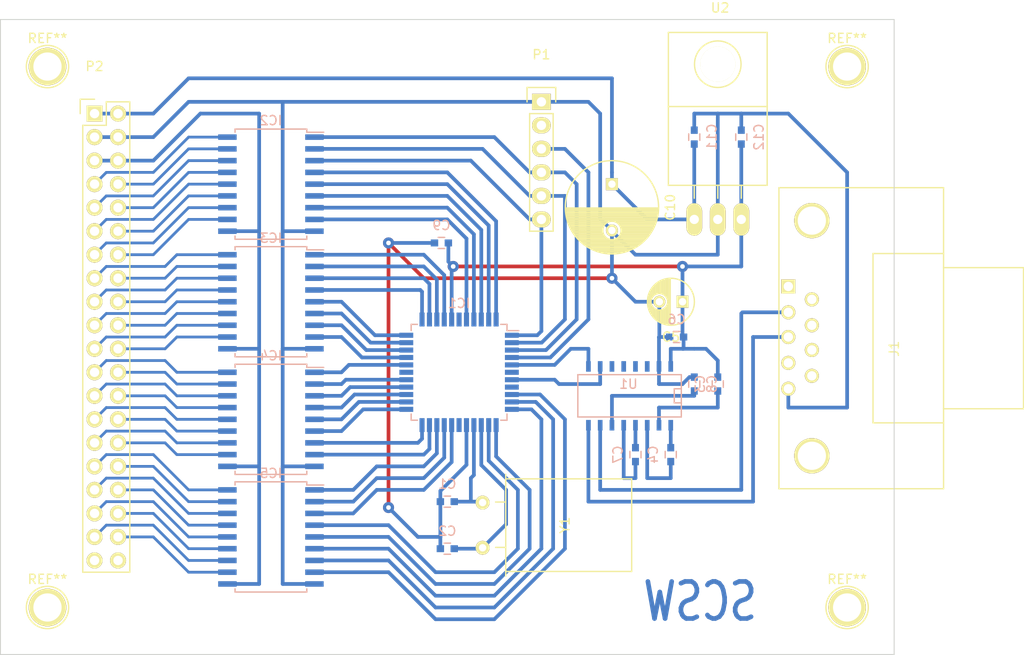
<source format=kicad_pcb>
(kicad_pcb (version 4) (host pcbnew 4.0.1-stable)

  (general
    (links 117)
    (no_connects 0)
    (area 83.769999 50.85516 194.685001 121.970001)
    (thickness 1.6)
    (drawings 5)
    (tracks 396)
    (zones 0)
    (modules 27)
    (nets 100)
  )

  (page A4)
  (layers
    (0 F.Cu signal)
    (31 B.Cu signal)
    (32 B.Adhes user)
    (33 F.Adhes user)
    (34 B.Paste user)
    (35 F.Paste user)
    (36 B.SilkS user)
    (37 F.SilkS user)
    (38 B.Mask user)
    (39 F.Mask user)
    (40 Dwgs.User user)
    (41 Cmts.User user)
    (42 Eco1.User user)
    (43 Eco2.User user)
    (44 Edge.Cuts user)
    (45 Margin user)
    (46 B.CrtYd user)
    (47 F.CrtYd user)
    (48 B.Fab user)
    (49 F.Fab user)
  )

  (setup
    (last_trace_width 0.25)
    (trace_clearance 0.2)
    (zone_clearance 0.508)
    (zone_45_only no)
    (trace_min 0.2)
    (segment_width 0.2)
    (edge_width 0.1)
    (via_size 1)
    (via_drill 0.3)
    (via_min_size 0.4)
    (via_min_drill 0.3)
    (uvia_size 1)
    (uvia_drill 0.3)
    (uvias_allowed no)
    (uvia_min_size 0.2)
    (uvia_min_drill 0.1)
    (pcb_text_width 0.3)
    (pcb_text_size 1.5 1.5)
    (mod_edge_width 0.15)
    (mod_text_size 1 1)
    (mod_text_width 0.15)
    (pad_size 1.5 1.5)
    (pad_drill 0.6)
    (pad_to_mask_clearance 0)
    (aux_axis_origin 0 0)
    (visible_elements 7FFFFFFF)
    (pcbplotparams
      (layerselection 0x00040_00000000)
      (usegerberextensions false)
      (excludeedgelayer false)
      (linewidth 0.100000)
      (plotframeref false)
      (viasonmask false)
      (mode 1)
      (useauxorigin false)
      (hpglpennumber 1)
      (hpglpenspeed 20)
      (hpglpendiameter 15)
      (hpglpenoverlay 2)
      (psnegative true)
      (psa4output false)
      (plotreference false)
      (plotvalue false)
      (plotinvisibletext false)
      (padsonsilk false)
      (subtractmaskfromsilk false)
      (outputformat 4)
      (mirror false)
      (drillshape 1)
      (scaleselection 1)
      (outputdirectory plot_pdf/))
  )

  (net 0 "")
  (net 1 /X1)
  (net 2 GND)
  (net 3 /X2)
  (net 4 VCC)
  (net 5 "Net-(C3-Pad2)")
  (net 6 "Net-(C4-Pad1)")
  (net 7 "Net-(C4-Pad2)")
  (net 8 "Net-(C7-Pad1)")
  (net 9 "Net-(C7-Pad2)")
  (net 10 "Net-(C8-Pad1)")
  (net 11 +12V)
  (net 12 /PB5)
  (net 13 /PB6)
  (net 14 /PB7)
  (net 15 /RES)
  (net 16 /RXD)
  (net 17 "Net-(IC1-Pad6)")
  (net 18 /TXD)
  (net 19 "Net-(IC1-Pad8)")
  (net 20 /PD3)
  (net 21 /PD4)
  (net 22 /PD5)
  (net 23 /PD6)
  (net 24 /PD7)
  (net 25 "Net-(IC1-Pad17)")
  (net 26 /PC0)
  (net 27 /PC1)
  (net 28 /PC2)
  (net 29 /PC3)
  (net 30 /PC4)
  (net 31 /PC5)
  (net 32 /PC6)
  (net 33 /PC7)
  (net 34 /PE2)
  (net 35 /PE1)
  (net 36 "Net-(IC1-Pad28)")
  (net 37 /PE0)
  (net 38 /PA7)
  (net 39 /PA6)
  (net 40 /PA5)
  (net 41 /PA4)
  (net 42 /PA3)
  (net 43 /PA2)
  (net 44 /PA1)
  (net 45 /PA0)
  (net 46 "Net-(IC1-Pad39)")
  (net 47 /PB0)
  (net 48 /PB1)
  (net 49 /PB2)
  (net 50 /PB3)
  (net 51 /PB4)
  (net 52 /CD+)
  (net 53 /P7)
  (net 54 /P6)
  (net 55 /P5)
  (net 56 /P4)
  (net 57 /P3)
  (net 58 /P2)
  (net 59 /P1)
  (net 60 /P0)
  (net 61 /P15)
  (net 62 /P14)
  (net 63 /P13)
  (net 64 /P12)
  (net 65 /P11)
  (net 66 /P10)
  (net 67 /P9)
  (net 68 /P8)
  (net 69 /P23)
  (net 70 /P22)
  (net 71 /P21)
  (net 72 /P20)
  (net 73 /P19)
  (net 74 /P18)
  (net 75 /P17)
  (net 76 /P16)
  (net 77 /P31)
  (net 78 /P30)
  (net 79 /P29)
  (net 80 /P28)
  (net 81 /P27)
  (net 82 /P26)
  (net 83 /P25)
  (net 84 /P24)
  (net 85 "Net-(J1-Pad1)")
  (net 86 "Net-(J1-Pad2)")
  (net 87 "Net-(J1-Pad3)")
  (net 88 "Net-(J1-Pad4)")
  (net 89 "Net-(J1-Pad6)")
  (net 90 "Net-(J1-Pad7)")
  (net 91 "Net-(J1-Pad8)")
  (net 92 "Net-(J1-Pad9)")
  (net 93 "Net-(P2-Pad39)")
  (net 94 "Net-(P2-Pad40)")
  (net 95 "Net-(U1-Pad14)")
  (net 96 "Net-(U1-Pad13)")
  (net 97 "Net-(U1-Pad12)")
  (net 98 "Net-(U1-Pad11)")
  (net 99 "Net-(P1-Pad2)")

  (net_class Default "Это класс цепей по умолчанию."
    (clearance 0.2)
    (trace_width 0.25)
    (via_dia 1)
    (via_drill 0.3)
    (uvia_dia 1)
    (uvia_drill 0.3)
  )

  (net_class 03_02 ""
    (clearance 0.2)
    (trace_width 0.3)
    (via_dia 1.2)
    (via_drill 0.5)
    (uvia_dia 1.2)
    (uvia_drill 0.5)
    (add_net /P0)
    (add_net /P1)
    (add_net /P10)
    (add_net /P11)
    (add_net /P12)
    (add_net /P13)
    (add_net /P14)
    (add_net /P15)
    (add_net /P16)
    (add_net /P17)
    (add_net /P18)
    (add_net /P19)
    (add_net /P2)
    (add_net /P20)
    (add_net /P21)
    (add_net /P22)
    (add_net /P23)
    (add_net /P24)
    (add_net /P25)
    (add_net /P26)
    (add_net /P27)
    (add_net /P28)
    (add_net /P29)
    (add_net /P3)
    (add_net /P30)
    (add_net /P31)
    (add_net /P4)
    (add_net /P5)
    (add_net /P6)
    (add_net /P7)
    (add_net /P8)
    (add_net /P9)
  )

  (net_class 03_03 ""
    (clearance 0.3)
    (trace_width 0.3)
    (via_dia 1.2)
    (via_drill 0.5)
    (uvia_dia 1.2)
    (uvia_drill 0.5)
  )

  (net_class 04_02 ""
    (clearance 0.2)
    (trace_width 0.4)
    (via_dia 1.2)
    (via_drill 0.5)
    (uvia_dia 1.2)
    (uvia_drill 0.5)
    (add_net +12V)
    (add_net /CD+)
    (add_net GND)
  )

  (net_class 04_03 ""
    (clearance 0.3)
    (trace_width 0.4)
    (via_dia 1.2)
    (via_drill 0.5)
    (uvia_dia 1.2)
    (uvia_drill 0.5)
    (add_net /PA0)
    (add_net /PA1)
    (add_net /PA2)
    (add_net /PA3)
    (add_net /PA4)
    (add_net /PA5)
    (add_net /PA6)
    (add_net /PA7)
    (add_net /PB0)
    (add_net /PB1)
    (add_net /PB2)
    (add_net /PB3)
    (add_net /PB4)
    (add_net /PB5)
    (add_net /PB6)
    (add_net /PB7)
    (add_net /PC0)
    (add_net /PC1)
    (add_net /PC2)
    (add_net /PC3)
    (add_net /PC4)
    (add_net /PC5)
    (add_net /PC6)
    (add_net /PC7)
    (add_net /PD3)
    (add_net /PD4)
    (add_net /PD5)
    (add_net /PD6)
    (add_net /PD7)
    (add_net /PE0)
    (add_net /PE1)
    (add_net /PE2)
    (add_net /RES)
    (add_net /RXD)
    (add_net /TXD)
    (add_net /X1)
    (add_net /X2)
    (add_net "Net-(C3-Pad2)")
    (add_net "Net-(C4-Pad1)")
    (add_net "Net-(C4-Pad2)")
    (add_net "Net-(C7-Pad1)")
    (add_net "Net-(C7-Pad2)")
    (add_net "Net-(C8-Pad1)")
    (add_net "Net-(IC1-Pad17)")
    (add_net "Net-(IC1-Pad28)")
    (add_net "Net-(IC1-Pad39)")
    (add_net "Net-(IC1-Pad6)")
    (add_net "Net-(IC1-Pad8)")
    (add_net "Net-(J1-Pad1)")
    (add_net "Net-(J1-Pad2)")
    (add_net "Net-(J1-Pad3)")
    (add_net "Net-(J1-Pad4)")
    (add_net "Net-(J1-Pad6)")
    (add_net "Net-(J1-Pad7)")
    (add_net "Net-(J1-Pad8)")
    (add_net "Net-(J1-Pad9)")
    (add_net "Net-(P1-Pad2)")
    (add_net "Net-(P2-Pad39)")
    (add_net "Net-(P2-Pad40)")
    (add_net "Net-(U1-Pad11)")
    (add_net "Net-(U1-Pad12)")
    (add_net "Net-(U1-Pad13)")
    (add_net "Net-(U1-Pad14)")
    (add_net VCC)
  )

  (net_class 05_03 ""
    (clearance 0.3)
    (trace_width 0.5)
    (via_dia 1.2)
    (via_drill 0.5)
    (uvia_dia 1.2)
    (uvia_drill 0.5)
  )

  (net_class 06_03 ""
    (clearance 0.3)
    (trace_width 0.6)
    (via_dia 1.2)
    (via_drill 0.5)
    (uvia_dia 1.2)
    (uvia_drill 0.5)
  )

  (net_class 10_03 ""
    (clearance 0.3)
    (trace_width 1)
    (via_dia 1.5)
    (via_drill 0.5)
    (uvia_dia 1.5)
    (uvia_drill 0.5)
  )

  (module SMD_Packages:SO-16-N (layer B.Cu) (tedit 0) (tstamp 56A13C20)
    (at 151.765 93.98 180)
    (descr "Module CMS SOJ 16 pins large")
    (tags "CMS SOJ")
    (path /569E5A54)
    (attr smd)
    (fp_text reference U1 (at 0.127 1.27 180) (layer B.SilkS)
      (effects (font (size 1 1) (thickness 0.15)) (justify mirror))
    )
    (fp_text value MAX232 (at 0 -1.27 180) (layer B.Fab)
      (effects (font (size 1 1) (thickness 0.15)) (justify mirror))
    )
    (fp_line (start -5.588 0.762) (end -4.826 0.762) (layer B.SilkS) (width 0.15))
    (fp_line (start -4.826 0.762) (end -4.826 -0.762) (layer B.SilkS) (width 0.15))
    (fp_line (start -4.826 -0.762) (end -5.588 -0.762) (layer B.SilkS) (width 0.15))
    (fp_line (start 5.588 2.286) (end 5.588 -2.286) (layer B.SilkS) (width 0.15))
    (fp_line (start 5.588 -2.286) (end -5.588 -2.286) (layer B.SilkS) (width 0.15))
    (fp_line (start -5.588 -2.286) (end -5.588 2.286) (layer B.SilkS) (width 0.15))
    (fp_line (start -5.588 2.286) (end 5.588 2.286) (layer B.SilkS) (width 0.15))
    (pad 16 smd rect (at -4.445 3.175 180) (size 0.508 1.143) (layers B.Cu B.Paste B.Mask)
      (net 4 VCC))
    (pad 14 smd rect (at -1.905 3.175 180) (size 0.508 1.143) (layers B.Cu B.Paste B.Mask)
      (net 95 "Net-(U1-Pad14)"))
    (pad 13 smd rect (at -0.635 3.175 180) (size 0.508 1.143) (layers B.Cu B.Paste B.Mask)
      (net 96 "Net-(U1-Pad13)"))
    (pad 12 smd rect (at 0.635 3.175 180) (size 0.508 1.143) (layers B.Cu B.Paste B.Mask)
      (net 97 "Net-(U1-Pad12)"))
    (pad 11 smd rect (at 1.905 3.175 180) (size 0.508 1.143) (layers B.Cu B.Paste B.Mask)
      (net 98 "Net-(U1-Pad11)"))
    (pad 10 smd rect (at 3.175 3.175 180) (size 0.508 1.143) (layers B.Cu B.Paste B.Mask)
      (net 18 /TXD))
    (pad 9 smd rect (at 4.445 3.175 180) (size 0.508 1.143) (layers B.Cu B.Paste B.Mask)
      (net 16 /RXD))
    (pad 8 smd rect (at 4.445 -3.175 180) (size 0.508 1.143) (layers B.Cu B.Paste B.Mask)
      (net 87 "Net-(J1-Pad3)"))
    (pad 7 smd rect (at 3.175 -3.175 180) (size 0.508 1.143) (layers B.Cu B.Paste B.Mask)
      (net 86 "Net-(J1-Pad2)"))
    (pad 6 smd rect (at 1.905 -3.175 180) (size 0.508 1.143) (layers B.Cu B.Paste B.Mask)
      (net 10 "Net-(C8-Pad1)"))
    (pad 5 smd rect (at 0.635 -3.175 180) (size 0.508 1.143) (layers B.Cu B.Paste B.Mask)
      (net 9 "Net-(C7-Pad2)"))
    (pad 4 smd rect (at -0.635 -3.175 180) (size 0.508 1.143) (layers B.Cu B.Paste B.Mask)
      (net 8 "Net-(C7-Pad1)"))
    (pad 3 smd rect (at -1.905 -3.175 180) (size 0.508 1.143) (layers B.Cu B.Paste B.Mask)
      (net 7 "Net-(C4-Pad2)"))
    (pad 2 smd rect (at -3.175 -3.175 180) (size 0.508 1.143) (layers B.Cu B.Paste B.Mask)
      (net 5 "Net-(C3-Pad2)"))
    (pad 1 smd rect (at -4.445 -3.175 180) (size 0.508 1.143) (layers B.Cu B.Paste B.Mask)
      (net 6 "Net-(C4-Pad1)"))
    (pad 15 smd rect (at -3.175 3.175 180) (size 0.508 1.143) (layers B.Cu B.Paste B.Mask)
      (net 2 GND))
    (model SMD_Packages.3dshapes/SO-16-N.wrl
      (at (xyz 0 0 0))
      (scale (xyz 0.5 0.4 0.5))
      (rotate (xyz 0 0 0))
    )
  )

  (module Capacitors_ThroughHole:C_Radial_D5_L6_P2.5 (layer F.Cu) (tedit 0) (tstamp 56A13B0F)
    (at 157.48 83.82 180)
    (descr "Radial Electrolytic Capacitor Diameter 5mm x Length 6mm, Pitch 2.5mm")
    (tags "Electrolytic Capacitor")
    (path /569E973D)
    (fp_text reference C5 (at 1.25 -3.8 180) (layer F.SilkS)
      (effects (font (size 1 1) (thickness 0.15)))
    )
    (fp_text value 10u6V (at 1.25 3.8 180) (layer F.Fab)
      (effects (font (size 1 1) (thickness 0.15)))
    )
    (fp_line (start 1.325 -2.499) (end 1.325 2.499) (layer F.SilkS) (width 0.15))
    (fp_line (start 1.465 -2.491) (end 1.465 2.491) (layer F.SilkS) (width 0.15))
    (fp_line (start 1.605 -2.475) (end 1.605 -0.095) (layer F.SilkS) (width 0.15))
    (fp_line (start 1.605 0.095) (end 1.605 2.475) (layer F.SilkS) (width 0.15))
    (fp_line (start 1.745 -2.451) (end 1.745 -0.49) (layer F.SilkS) (width 0.15))
    (fp_line (start 1.745 0.49) (end 1.745 2.451) (layer F.SilkS) (width 0.15))
    (fp_line (start 1.885 -2.418) (end 1.885 -0.657) (layer F.SilkS) (width 0.15))
    (fp_line (start 1.885 0.657) (end 1.885 2.418) (layer F.SilkS) (width 0.15))
    (fp_line (start 2.025 -2.377) (end 2.025 -0.764) (layer F.SilkS) (width 0.15))
    (fp_line (start 2.025 0.764) (end 2.025 2.377) (layer F.SilkS) (width 0.15))
    (fp_line (start 2.165 -2.327) (end 2.165 -0.835) (layer F.SilkS) (width 0.15))
    (fp_line (start 2.165 0.835) (end 2.165 2.327) (layer F.SilkS) (width 0.15))
    (fp_line (start 2.305 -2.266) (end 2.305 -0.879) (layer F.SilkS) (width 0.15))
    (fp_line (start 2.305 0.879) (end 2.305 2.266) (layer F.SilkS) (width 0.15))
    (fp_line (start 2.445 -2.196) (end 2.445 -0.898) (layer F.SilkS) (width 0.15))
    (fp_line (start 2.445 0.898) (end 2.445 2.196) (layer F.SilkS) (width 0.15))
    (fp_line (start 2.585 -2.114) (end 2.585 -0.896) (layer F.SilkS) (width 0.15))
    (fp_line (start 2.585 0.896) (end 2.585 2.114) (layer F.SilkS) (width 0.15))
    (fp_line (start 2.725 -2.019) (end 2.725 -0.871) (layer F.SilkS) (width 0.15))
    (fp_line (start 2.725 0.871) (end 2.725 2.019) (layer F.SilkS) (width 0.15))
    (fp_line (start 2.865 -1.908) (end 2.865 -0.823) (layer F.SilkS) (width 0.15))
    (fp_line (start 2.865 0.823) (end 2.865 1.908) (layer F.SilkS) (width 0.15))
    (fp_line (start 3.005 -1.78) (end 3.005 -0.745) (layer F.SilkS) (width 0.15))
    (fp_line (start 3.005 0.745) (end 3.005 1.78) (layer F.SilkS) (width 0.15))
    (fp_line (start 3.145 -1.631) (end 3.145 -0.628) (layer F.SilkS) (width 0.15))
    (fp_line (start 3.145 0.628) (end 3.145 1.631) (layer F.SilkS) (width 0.15))
    (fp_line (start 3.285 -1.452) (end 3.285 -0.44) (layer F.SilkS) (width 0.15))
    (fp_line (start 3.285 0.44) (end 3.285 1.452) (layer F.SilkS) (width 0.15))
    (fp_line (start 3.425 -1.233) (end 3.425 1.233) (layer F.SilkS) (width 0.15))
    (fp_line (start 3.565 -0.944) (end 3.565 0.944) (layer F.SilkS) (width 0.15))
    (fp_line (start 3.705 -0.472) (end 3.705 0.472) (layer F.SilkS) (width 0.15))
    (fp_circle (center 2.5 0) (end 2.5 -0.9) (layer F.SilkS) (width 0.15))
    (fp_circle (center 1.25 0) (end 1.25 -2.5375) (layer F.SilkS) (width 0.15))
    (fp_circle (center 1.25 0) (end 1.25 -2.8) (layer F.CrtYd) (width 0.05))
    (pad 1 thru_hole rect (at 0 0 180) (size 1.3 1.3) (drill 0.8) (layers *.Cu *.Mask F.SilkS)
      (net 4 VCC))
    (pad 2 thru_hole circle (at 2.5 0 180) (size 1.3 1.3) (drill 0.8) (layers *.Cu *.Mask F.SilkS)
      (net 2 GND))
    (model Capacitors_ThroughHole.3dshapes/C_Radial_D5_L6_P2.5.wrl
      (at (xyz 0.0492126 0 0))
      (scale (xyz 1 1 1))
      (rotate (xyz 0 0 90))
    )
  )

  (module Capacitors_ThroughHole:C_Radial_D10_L13_P5 (layer F.Cu) (tedit 0) (tstamp 56A13B2D)
    (at 149.86 71.12 270)
    (descr "Radial Electrolytic Capacitor Diameter 10mm x Length 13mm, Pitch 5mm")
    (tags "Electrolytic Capacitor")
    (path /569E9597)
    (fp_text reference C10 (at 2.5 -6.3 270) (layer F.SilkS)
      (effects (font (size 1 1) (thickness 0.15)))
    )
    (fp_text value 22u63V (at 2.5 6.3 270) (layer F.Fab)
      (effects (font (size 1 1) (thickness 0.15)))
    )
    (fp_line (start 2.575 -4.999) (end 2.575 4.999) (layer F.SilkS) (width 0.15))
    (fp_line (start 2.715 -4.995) (end 2.715 4.995) (layer F.SilkS) (width 0.15))
    (fp_line (start 2.855 -4.987) (end 2.855 4.987) (layer F.SilkS) (width 0.15))
    (fp_line (start 2.995 -4.975) (end 2.995 4.975) (layer F.SilkS) (width 0.15))
    (fp_line (start 3.135 -4.96) (end 3.135 4.96) (layer F.SilkS) (width 0.15))
    (fp_line (start 3.275 -4.94) (end 3.275 4.94) (layer F.SilkS) (width 0.15))
    (fp_line (start 3.415 -4.916) (end 3.415 4.916) (layer F.SilkS) (width 0.15))
    (fp_line (start 3.555 -4.887) (end 3.555 4.887) (layer F.SilkS) (width 0.15))
    (fp_line (start 3.695 -4.855) (end 3.695 4.855) (layer F.SilkS) (width 0.15))
    (fp_line (start 3.835 -4.818) (end 3.835 4.818) (layer F.SilkS) (width 0.15))
    (fp_line (start 3.975 -4.777) (end 3.975 4.777) (layer F.SilkS) (width 0.15))
    (fp_line (start 4.115 -4.732) (end 4.115 -0.466) (layer F.SilkS) (width 0.15))
    (fp_line (start 4.115 0.466) (end 4.115 4.732) (layer F.SilkS) (width 0.15))
    (fp_line (start 4.255 -4.682) (end 4.255 -0.667) (layer F.SilkS) (width 0.15))
    (fp_line (start 4.255 0.667) (end 4.255 4.682) (layer F.SilkS) (width 0.15))
    (fp_line (start 4.395 -4.627) (end 4.395 -0.796) (layer F.SilkS) (width 0.15))
    (fp_line (start 4.395 0.796) (end 4.395 4.627) (layer F.SilkS) (width 0.15))
    (fp_line (start 4.535 -4.567) (end 4.535 -0.885) (layer F.SilkS) (width 0.15))
    (fp_line (start 4.535 0.885) (end 4.535 4.567) (layer F.SilkS) (width 0.15))
    (fp_line (start 4.675 -4.502) (end 4.675 -0.946) (layer F.SilkS) (width 0.15))
    (fp_line (start 4.675 0.946) (end 4.675 4.502) (layer F.SilkS) (width 0.15))
    (fp_line (start 4.815 -4.432) (end 4.815 -0.983) (layer F.SilkS) (width 0.15))
    (fp_line (start 4.815 0.983) (end 4.815 4.432) (layer F.SilkS) (width 0.15))
    (fp_line (start 4.955 -4.356) (end 4.955 -0.999) (layer F.SilkS) (width 0.15))
    (fp_line (start 4.955 0.999) (end 4.955 4.356) (layer F.SilkS) (width 0.15))
    (fp_line (start 5.095 -4.274) (end 5.095 -0.995) (layer F.SilkS) (width 0.15))
    (fp_line (start 5.095 0.995) (end 5.095 4.274) (layer F.SilkS) (width 0.15))
    (fp_line (start 5.235 -4.186) (end 5.235 -0.972) (layer F.SilkS) (width 0.15))
    (fp_line (start 5.235 0.972) (end 5.235 4.186) (layer F.SilkS) (width 0.15))
    (fp_line (start 5.375 -4.091) (end 5.375 -0.927) (layer F.SilkS) (width 0.15))
    (fp_line (start 5.375 0.927) (end 5.375 4.091) (layer F.SilkS) (width 0.15))
    (fp_line (start 5.515 -3.989) (end 5.515 -0.857) (layer F.SilkS) (width 0.15))
    (fp_line (start 5.515 0.857) (end 5.515 3.989) (layer F.SilkS) (width 0.15))
    (fp_line (start 5.655 -3.879) (end 5.655 -0.756) (layer F.SilkS) (width 0.15))
    (fp_line (start 5.655 0.756) (end 5.655 3.879) (layer F.SilkS) (width 0.15))
    (fp_line (start 5.795 -3.761) (end 5.795 -0.607) (layer F.SilkS) (width 0.15))
    (fp_line (start 5.795 0.607) (end 5.795 3.761) (layer F.SilkS) (width 0.15))
    (fp_line (start 5.935 -3.633) (end 5.935 -0.355) (layer F.SilkS) (width 0.15))
    (fp_line (start 5.935 0.355) (end 5.935 3.633) (layer F.SilkS) (width 0.15))
    (fp_line (start 6.075 -3.496) (end 6.075 3.496) (layer F.SilkS) (width 0.15))
    (fp_line (start 6.215 -3.346) (end 6.215 3.346) (layer F.SilkS) (width 0.15))
    (fp_line (start 6.355 -3.184) (end 6.355 3.184) (layer F.SilkS) (width 0.15))
    (fp_line (start 6.495 -3.007) (end 6.495 3.007) (layer F.SilkS) (width 0.15))
    (fp_line (start 6.635 -2.811) (end 6.635 2.811) (layer F.SilkS) (width 0.15))
    (fp_line (start 6.775 -2.593) (end 6.775 2.593) (layer F.SilkS) (width 0.15))
    (fp_line (start 6.915 -2.347) (end 6.915 2.347) (layer F.SilkS) (width 0.15))
    (fp_line (start 7.055 -2.062) (end 7.055 2.062) (layer F.SilkS) (width 0.15))
    (fp_line (start 7.195 -1.72) (end 7.195 1.72) (layer F.SilkS) (width 0.15))
    (fp_line (start 7.335 -1.274) (end 7.335 1.274) (layer F.SilkS) (width 0.15))
    (fp_line (start 7.475 -0.499) (end 7.475 0.499) (layer F.SilkS) (width 0.15))
    (fp_circle (center 5 0) (end 5 -1) (layer F.SilkS) (width 0.15))
    (fp_circle (center 2.5 0) (end 2.5 -5.0375) (layer F.SilkS) (width 0.15))
    (fp_circle (center 2.5 0) (end 2.5 -5.3) (layer F.CrtYd) (width 0.05))
    (pad 1 thru_hole rect (at 0 0 270) (size 1.3 1.3) (drill 0.8) (layers *.Cu *.Mask F.SilkS)
      (net 11 +12V))
    (pad 2 thru_hole circle (at 5 0 270) (size 1.3 1.3) (drill 0.8) (layers *.Cu *.Mask F.SilkS)
      (net 2 GND))
    (model Capacitors_ThroughHole.3dshapes/C_Radial_D10_L13_P5.wrl
      (at (xyz 0.0984252 0 0))
      (scale (xyz 1 1 1))
      (rotate (xyz 0 0 90))
    )
  )

  (module Housings_QFP:TQFP-44_10x10mm_Pitch0.8mm (layer B.Cu) (tedit 54130A77) (tstamp 56A13B6F)
    (at 133.35 91.44 180)
    (descr "44-Lead Plastic Thin Quad Flatpack (PT) - 10x10x1.0 mm Body [TQFP] (see Microchip Packaging Specification 00000049BS.pdf)")
    (tags "QFP 0.8")
    (path /569D4397)
    (attr smd)
    (fp_text reference IC1 (at 0 7.45 180) (layer B.SilkS)
      (effects (font (size 1 1) (thickness 0.15)) (justify mirror))
    )
    (fp_text value MEGA8515-A (at 0 -7.45 180) (layer B.Fab)
      (effects (font (size 1 1) (thickness 0.15)) (justify mirror))
    )
    (fp_line (start -6.7 6.7) (end -6.7 -6.7) (layer B.CrtYd) (width 0.05))
    (fp_line (start 6.7 6.7) (end 6.7 -6.7) (layer B.CrtYd) (width 0.05))
    (fp_line (start -6.7 6.7) (end 6.7 6.7) (layer B.CrtYd) (width 0.05))
    (fp_line (start -6.7 -6.7) (end 6.7 -6.7) (layer B.CrtYd) (width 0.05))
    (fp_line (start -5.175 5.175) (end -5.175 4.5) (layer B.SilkS) (width 0.15))
    (fp_line (start 5.175 5.175) (end 5.175 4.5) (layer B.SilkS) (width 0.15))
    (fp_line (start 5.175 -5.175) (end 5.175 -4.5) (layer B.SilkS) (width 0.15))
    (fp_line (start -5.175 -5.175) (end -5.175 -4.5) (layer B.SilkS) (width 0.15))
    (fp_line (start -5.175 5.175) (end -4.5 5.175) (layer B.SilkS) (width 0.15))
    (fp_line (start -5.175 -5.175) (end -4.5 -5.175) (layer B.SilkS) (width 0.15))
    (fp_line (start 5.175 -5.175) (end 4.5 -5.175) (layer B.SilkS) (width 0.15))
    (fp_line (start 5.175 5.175) (end 4.5 5.175) (layer B.SilkS) (width 0.15))
    (fp_line (start -5.175 4.5) (end -6.45 4.5) (layer B.SilkS) (width 0.15))
    (pad 1 smd rect (at -5.7 4 180) (size 1.5 0.55) (layers B.Cu B.Paste B.Mask)
      (net 12 /PB5))
    (pad 2 smd rect (at -5.7 3.2 180) (size 1.5 0.55) (layers B.Cu B.Paste B.Mask)
      (net 13 /PB6))
    (pad 3 smd rect (at -5.7 2.4 180) (size 1.5 0.55) (layers B.Cu B.Paste B.Mask)
      (net 14 /PB7))
    (pad 4 smd rect (at -5.7 1.6 180) (size 1.5 0.55) (layers B.Cu B.Paste B.Mask)
      (net 15 /RES))
    (pad 5 smd rect (at -5.7 0.8 180) (size 1.5 0.55) (layers B.Cu B.Paste B.Mask)
      (net 16 /RXD))
    (pad 6 smd rect (at -5.7 0 180) (size 1.5 0.55) (layers B.Cu B.Paste B.Mask)
      (net 17 "Net-(IC1-Pad6)"))
    (pad 7 smd rect (at -5.7 -0.8 180) (size 1.5 0.55) (layers B.Cu B.Paste B.Mask)
      (net 18 /TXD))
    (pad 8 smd rect (at -5.7 -1.6 180) (size 1.5 0.55) (layers B.Cu B.Paste B.Mask)
      (net 19 "Net-(IC1-Pad8)"))
    (pad 9 smd rect (at -5.7 -2.4 180) (size 1.5 0.55) (layers B.Cu B.Paste B.Mask)
      (net 20 /PD3))
    (pad 10 smd rect (at -5.7 -3.2 180) (size 1.5 0.55) (layers B.Cu B.Paste B.Mask)
      (net 21 /PD4))
    (pad 11 smd rect (at -5.7 -4 180) (size 1.5 0.55) (layers B.Cu B.Paste B.Mask)
      (net 22 /PD5))
    (pad 12 smd rect (at -4 -5.7 90) (size 1.5 0.55) (layers B.Cu B.Paste B.Mask)
      (net 23 /PD6))
    (pad 13 smd rect (at -3.2 -5.7 90) (size 1.5 0.55) (layers B.Cu B.Paste B.Mask)
      (net 24 /PD7))
    (pad 14 smd rect (at -2.4 -5.7 90) (size 1.5 0.55) (layers B.Cu B.Paste B.Mask)
      (net 3 /X2))
    (pad 15 smd rect (at -1.6 -5.7 90) (size 1.5 0.55) (layers B.Cu B.Paste B.Mask)
      (net 1 /X1))
    (pad 16 smd rect (at -0.8 -5.7 90) (size 1.5 0.55) (layers B.Cu B.Paste B.Mask)
      (net 2 GND))
    (pad 17 smd rect (at 0 -5.7 90) (size 1.5 0.55) (layers B.Cu B.Paste B.Mask)
      (net 25 "Net-(IC1-Pad17)"))
    (pad 18 smd rect (at 0.8 -5.7 90) (size 1.5 0.55) (layers B.Cu B.Paste B.Mask)
      (net 26 /PC0))
    (pad 19 smd rect (at 1.6 -5.7 90) (size 1.5 0.55) (layers B.Cu B.Paste B.Mask)
      (net 27 /PC1))
    (pad 20 smd rect (at 2.4 -5.7 90) (size 1.5 0.55) (layers B.Cu B.Paste B.Mask)
      (net 28 /PC2))
    (pad 21 smd rect (at 3.2 -5.7 90) (size 1.5 0.55) (layers B.Cu B.Paste B.Mask)
      (net 29 /PC3))
    (pad 22 smd rect (at 4 -5.7 90) (size 1.5 0.55) (layers B.Cu B.Paste B.Mask)
      (net 30 /PC4))
    (pad 23 smd rect (at 5.7 -4 180) (size 1.5 0.55) (layers B.Cu B.Paste B.Mask)
      (net 31 /PC5))
    (pad 24 smd rect (at 5.7 -3.2 180) (size 1.5 0.55) (layers B.Cu B.Paste B.Mask)
      (net 32 /PC6))
    (pad 25 smd rect (at 5.7 -2.4 180) (size 1.5 0.55) (layers B.Cu B.Paste B.Mask)
      (net 33 /PC7))
    (pad 26 smd rect (at 5.7 -1.6 180) (size 1.5 0.55) (layers B.Cu B.Paste B.Mask)
      (net 34 /PE2))
    (pad 27 smd rect (at 5.7 -0.8 180) (size 1.5 0.55) (layers B.Cu B.Paste B.Mask)
      (net 35 /PE1))
    (pad 28 smd rect (at 5.7 0 180) (size 1.5 0.55) (layers B.Cu B.Paste B.Mask)
      (net 36 "Net-(IC1-Pad28)"))
    (pad 29 smd rect (at 5.7 0.8 180) (size 1.5 0.55) (layers B.Cu B.Paste B.Mask)
      (net 37 /PE0))
    (pad 30 smd rect (at 5.7 1.6 180) (size 1.5 0.55) (layers B.Cu B.Paste B.Mask)
      (net 38 /PA7))
    (pad 31 smd rect (at 5.7 2.4 180) (size 1.5 0.55) (layers B.Cu B.Paste B.Mask)
      (net 39 /PA6))
    (pad 32 smd rect (at 5.7 3.2 180) (size 1.5 0.55) (layers B.Cu B.Paste B.Mask)
      (net 40 /PA5))
    (pad 33 smd rect (at 5.7 4 180) (size 1.5 0.55) (layers B.Cu B.Paste B.Mask)
      (net 41 /PA4))
    (pad 34 smd rect (at 4 5.7 90) (size 1.5 0.55) (layers B.Cu B.Paste B.Mask)
      (net 42 /PA3))
    (pad 35 smd rect (at 3.2 5.7 90) (size 1.5 0.55) (layers B.Cu B.Paste B.Mask)
      (net 43 /PA2))
    (pad 36 smd rect (at 2.4 5.7 90) (size 1.5 0.55) (layers B.Cu B.Paste B.Mask)
      (net 44 /PA1))
    (pad 37 smd rect (at 1.6 5.7 90) (size 1.5 0.55) (layers B.Cu B.Paste B.Mask)
      (net 45 /PA0))
    (pad 38 smd rect (at 0.8 5.7 90) (size 1.5 0.55) (layers B.Cu B.Paste B.Mask)
      (net 4 VCC))
    (pad 39 smd rect (at 0 5.7 90) (size 1.5 0.55) (layers B.Cu B.Paste B.Mask)
      (net 46 "Net-(IC1-Pad39)"))
    (pad 40 smd rect (at -0.8 5.7 90) (size 1.5 0.55) (layers B.Cu B.Paste B.Mask)
      (net 47 /PB0))
    (pad 41 smd rect (at -1.6 5.7 90) (size 1.5 0.55) (layers B.Cu B.Paste B.Mask)
      (net 48 /PB1))
    (pad 42 smd rect (at -2.4 5.7 90) (size 1.5 0.55) (layers B.Cu B.Paste B.Mask)
      (net 49 /PB2))
    (pad 43 smd rect (at -3.2 5.7 90) (size 1.5 0.55) (layers B.Cu B.Paste B.Mask)
      (net 50 /PB3))
    (pad 44 smd rect (at -4 5.7 90) (size 1.5 0.55) (layers B.Cu B.Paste B.Mask)
      (net 51 /PB4))
    (model Housings_QFP.3dshapes/TQFP-44_10x10mm_Pitch0.8mm.wrl
      (at (xyz 0 0 0))
      (scale (xyz 1 1 1))
      (rotate (xyz 0 0 0))
    )
  )

  (module Housings_SOIC:SOIC-18_7.5x11.6mm_Pitch1.27mm (layer B.Cu) (tedit 54130A77) (tstamp 56A13B85)
    (at 113.03 71.12 180)
    (descr "18-Lead Plastic Small Outline (SO) - Wide, 7.50 mm Body [SOIC] (see Microchip Packaging Specification 00000049BS.pdf)")
    (tags "SOIC 1.27")
    (path /569D4445)
    (attr smd)
    (fp_text reference IC2 (at 0 6.875 180) (layer B.SilkS)
      (effects (font (size 1 1) (thickness 0.15)) (justify mirror))
    )
    (fp_text value ULN2803ADW (at 0 -6.875 180) (layer B.Fab)
      (effects (font (size 1 1) (thickness 0.15)) (justify mirror))
    )
    (fp_line (start -5.95 6.15) (end -5.95 -6.15) (layer B.CrtYd) (width 0.05))
    (fp_line (start 5.95 6.15) (end 5.95 -6.15) (layer B.CrtYd) (width 0.05))
    (fp_line (start -5.95 6.15) (end 5.95 6.15) (layer B.CrtYd) (width 0.05))
    (fp_line (start -5.95 -6.15) (end 5.95 -6.15) (layer B.CrtYd) (width 0.05))
    (fp_line (start -3.875 5.95) (end -3.875 5.605) (layer B.SilkS) (width 0.15))
    (fp_line (start 3.875 5.95) (end 3.875 5.605) (layer B.SilkS) (width 0.15))
    (fp_line (start 3.875 -5.95) (end 3.875 -5.605) (layer B.SilkS) (width 0.15))
    (fp_line (start -3.875 -5.95) (end -3.875 -5.605) (layer B.SilkS) (width 0.15))
    (fp_line (start -3.875 5.95) (end 3.875 5.95) (layer B.SilkS) (width 0.15))
    (fp_line (start -3.875 -5.95) (end 3.875 -5.95) (layer B.SilkS) (width 0.15))
    (fp_line (start -3.875 5.605) (end -5.7 5.605) (layer B.SilkS) (width 0.15))
    (pad 1 smd rect (at -4.7 5.08 180) (size 2 0.6) (layers B.Cu B.Paste B.Mask)
      (net 14 /PB7))
    (pad 2 smd rect (at -4.7 3.81 180) (size 2 0.6) (layers B.Cu B.Paste B.Mask)
      (net 13 /PB6))
    (pad 3 smd rect (at -4.7 2.54 180) (size 2 0.6) (layers B.Cu B.Paste B.Mask)
      (net 12 /PB5))
    (pad 4 smd rect (at -4.7 1.27 180) (size 2 0.6) (layers B.Cu B.Paste B.Mask)
      (net 51 /PB4))
    (pad 5 smd rect (at -4.7 0 180) (size 2 0.6) (layers B.Cu B.Paste B.Mask)
      (net 50 /PB3))
    (pad 6 smd rect (at -4.7 -1.27 180) (size 2 0.6) (layers B.Cu B.Paste B.Mask)
      (net 49 /PB2))
    (pad 7 smd rect (at -4.7 -2.54 180) (size 2 0.6) (layers B.Cu B.Paste B.Mask)
      (net 48 /PB1))
    (pad 8 smd rect (at -4.7 -3.81 180) (size 2 0.6) (layers B.Cu B.Paste B.Mask)
      (net 47 /PB0))
    (pad 9 smd rect (at -4.7 -5.08 180) (size 2 0.6) (layers B.Cu B.Paste B.Mask)
      (net 2 GND))
    (pad 10 smd rect (at 4.7 -5.08 180) (size 2 0.6) (layers B.Cu B.Paste B.Mask)
      (net 52 /CD+))
    (pad 11 smd rect (at 4.7 -3.81 180) (size 2 0.6) (layers B.Cu B.Paste B.Mask)
      (net 53 /P7))
    (pad 12 smd rect (at 4.7 -2.54 180) (size 2 0.6) (layers B.Cu B.Paste B.Mask)
      (net 54 /P6))
    (pad 13 smd rect (at 4.7 -1.27 180) (size 2 0.6) (layers B.Cu B.Paste B.Mask)
      (net 55 /P5))
    (pad 14 smd rect (at 4.7 0 180) (size 2 0.6) (layers B.Cu B.Paste B.Mask)
      (net 56 /P4))
    (pad 15 smd rect (at 4.7 1.27 180) (size 2 0.6) (layers B.Cu B.Paste B.Mask)
      (net 57 /P3))
    (pad 16 smd rect (at 4.7 2.54 180) (size 2 0.6) (layers B.Cu B.Paste B.Mask)
      (net 58 /P2))
    (pad 17 smd rect (at 4.7 3.81 180) (size 2 0.6) (layers B.Cu B.Paste B.Mask)
      (net 59 /P1))
    (pad 18 smd rect (at 4.7 5.08 180) (size 2 0.6) (layers B.Cu B.Paste B.Mask)
      (net 60 /P0))
    (model Housings_SOIC.3dshapes/SOIC-18_7.5x11.6mm_Pitch1.27mm.wrl
      (at (xyz 0 0 0))
      (scale (xyz 1 1 1))
      (rotate (xyz 0 0 0))
    )
  )

  (module Housings_SOIC:SOIC-18_7.5x11.6mm_Pitch1.27mm (layer B.Cu) (tedit 54130A77) (tstamp 56A13B9B)
    (at 113.03 83.82 180)
    (descr "18-Lead Plastic Small Outline (SO) - Wide, 7.50 mm Body [SOIC] (see Microchip Packaging Specification 00000049BS.pdf)")
    (tags "SOIC 1.27")
    (path /569D44D4)
    (attr smd)
    (fp_text reference IC3 (at 0 6.875 180) (layer B.SilkS)
      (effects (font (size 1 1) (thickness 0.15)) (justify mirror))
    )
    (fp_text value ULN2803ADW (at 0 -6.875 180) (layer B.Fab)
      (effects (font (size 1 1) (thickness 0.15)) (justify mirror))
    )
    (fp_line (start -5.95 6.15) (end -5.95 -6.15) (layer B.CrtYd) (width 0.05))
    (fp_line (start 5.95 6.15) (end 5.95 -6.15) (layer B.CrtYd) (width 0.05))
    (fp_line (start -5.95 6.15) (end 5.95 6.15) (layer B.CrtYd) (width 0.05))
    (fp_line (start -5.95 -6.15) (end 5.95 -6.15) (layer B.CrtYd) (width 0.05))
    (fp_line (start -3.875 5.95) (end -3.875 5.605) (layer B.SilkS) (width 0.15))
    (fp_line (start 3.875 5.95) (end 3.875 5.605) (layer B.SilkS) (width 0.15))
    (fp_line (start 3.875 -5.95) (end 3.875 -5.605) (layer B.SilkS) (width 0.15))
    (fp_line (start -3.875 -5.95) (end -3.875 -5.605) (layer B.SilkS) (width 0.15))
    (fp_line (start -3.875 5.95) (end 3.875 5.95) (layer B.SilkS) (width 0.15))
    (fp_line (start -3.875 -5.95) (end 3.875 -5.95) (layer B.SilkS) (width 0.15))
    (fp_line (start -3.875 5.605) (end -5.7 5.605) (layer B.SilkS) (width 0.15))
    (pad 1 smd rect (at -4.7 5.08 180) (size 2 0.6) (layers B.Cu B.Paste B.Mask)
      (net 45 /PA0))
    (pad 2 smd rect (at -4.7 3.81 180) (size 2 0.6) (layers B.Cu B.Paste B.Mask)
      (net 44 /PA1))
    (pad 3 smd rect (at -4.7 2.54 180) (size 2 0.6) (layers B.Cu B.Paste B.Mask)
      (net 43 /PA2))
    (pad 4 smd rect (at -4.7 1.27 180) (size 2 0.6) (layers B.Cu B.Paste B.Mask)
      (net 42 /PA3))
    (pad 5 smd rect (at -4.7 0 180) (size 2 0.6) (layers B.Cu B.Paste B.Mask)
      (net 41 /PA4))
    (pad 6 smd rect (at -4.7 -1.27 180) (size 2 0.6) (layers B.Cu B.Paste B.Mask)
      (net 40 /PA5))
    (pad 7 smd rect (at -4.7 -2.54 180) (size 2 0.6) (layers B.Cu B.Paste B.Mask)
      (net 39 /PA6))
    (pad 8 smd rect (at -4.7 -3.81 180) (size 2 0.6) (layers B.Cu B.Paste B.Mask)
      (net 38 /PA7))
    (pad 9 smd rect (at -4.7 -5.08 180) (size 2 0.6) (layers B.Cu B.Paste B.Mask)
      (net 2 GND))
    (pad 10 smd rect (at 4.7 -5.08 180) (size 2 0.6) (layers B.Cu B.Paste B.Mask)
      (net 52 /CD+))
    (pad 11 smd rect (at 4.7 -3.81 180) (size 2 0.6) (layers B.Cu B.Paste B.Mask)
      (net 61 /P15))
    (pad 12 smd rect (at 4.7 -2.54 180) (size 2 0.6) (layers B.Cu B.Paste B.Mask)
      (net 62 /P14))
    (pad 13 smd rect (at 4.7 -1.27 180) (size 2 0.6) (layers B.Cu B.Paste B.Mask)
      (net 63 /P13))
    (pad 14 smd rect (at 4.7 0 180) (size 2 0.6) (layers B.Cu B.Paste B.Mask)
      (net 64 /P12))
    (pad 15 smd rect (at 4.7 1.27 180) (size 2 0.6) (layers B.Cu B.Paste B.Mask)
      (net 65 /P11))
    (pad 16 smd rect (at 4.7 2.54 180) (size 2 0.6) (layers B.Cu B.Paste B.Mask)
      (net 66 /P10))
    (pad 17 smd rect (at 4.7 3.81 180) (size 2 0.6) (layers B.Cu B.Paste B.Mask)
      (net 67 /P9))
    (pad 18 smd rect (at 4.7 5.08 180) (size 2 0.6) (layers B.Cu B.Paste B.Mask)
      (net 68 /P8))
    (model Housings_SOIC.3dshapes/SOIC-18_7.5x11.6mm_Pitch1.27mm.wrl
      (at (xyz 0 0 0))
      (scale (xyz 1 1 1))
      (rotate (xyz 0 0 0))
    )
  )

  (module Housings_SOIC:SOIC-18_7.5x11.6mm_Pitch1.27mm (layer B.Cu) (tedit 54130A77) (tstamp 56A13BB1)
    (at 113.03 96.52 180)
    (descr "18-Lead Plastic Small Outline (SO) - Wide, 7.50 mm Body [SOIC] (see Microchip Packaging Specification 00000049BS.pdf)")
    (tags "SOIC 1.27")
    (path /569D4569)
    (attr smd)
    (fp_text reference IC4 (at 0 6.875 180) (layer B.SilkS)
      (effects (font (size 1 1) (thickness 0.15)) (justify mirror))
    )
    (fp_text value ULN2803ADW (at 0 -6.875 180) (layer B.Fab)
      (effects (font (size 1 1) (thickness 0.15)) (justify mirror))
    )
    (fp_line (start -5.95 6.15) (end -5.95 -6.15) (layer B.CrtYd) (width 0.05))
    (fp_line (start 5.95 6.15) (end 5.95 -6.15) (layer B.CrtYd) (width 0.05))
    (fp_line (start -5.95 6.15) (end 5.95 6.15) (layer B.CrtYd) (width 0.05))
    (fp_line (start -5.95 -6.15) (end 5.95 -6.15) (layer B.CrtYd) (width 0.05))
    (fp_line (start -3.875 5.95) (end -3.875 5.605) (layer B.SilkS) (width 0.15))
    (fp_line (start 3.875 5.95) (end 3.875 5.605) (layer B.SilkS) (width 0.15))
    (fp_line (start 3.875 -5.95) (end 3.875 -5.605) (layer B.SilkS) (width 0.15))
    (fp_line (start -3.875 -5.95) (end -3.875 -5.605) (layer B.SilkS) (width 0.15))
    (fp_line (start -3.875 5.95) (end 3.875 5.95) (layer B.SilkS) (width 0.15))
    (fp_line (start -3.875 -5.95) (end 3.875 -5.95) (layer B.SilkS) (width 0.15))
    (fp_line (start -3.875 5.605) (end -5.7 5.605) (layer B.SilkS) (width 0.15))
    (pad 1 smd rect (at -4.7 5.08 180) (size 2 0.6) (layers B.Cu B.Paste B.Mask)
      (net 37 /PE0))
    (pad 2 smd rect (at -4.7 3.81 180) (size 2 0.6) (layers B.Cu B.Paste B.Mask)
      (net 35 /PE1))
    (pad 3 smd rect (at -4.7 2.54 180) (size 2 0.6) (layers B.Cu B.Paste B.Mask)
      (net 34 /PE2))
    (pad 4 smd rect (at -4.7 1.27 180) (size 2 0.6) (layers B.Cu B.Paste B.Mask)
      (net 33 /PC7))
    (pad 5 smd rect (at -4.7 0 180) (size 2 0.6) (layers B.Cu B.Paste B.Mask)
      (net 32 /PC6))
    (pad 6 smd rect (at -4.7 -1.27 180) (size 2 0.6) (layers B.Cu B.Paste B.Mask)
      (net 31 /PC5))
    (pad 7 smd rect (at -4.7 -2.54 180) (size 2 0.6) (layers B.Cu B.Paste B.Mask)
      (net 30 /PC4))
    (pad 8 smd rect (at -4.7 -3.81 180) (size 2 0.6) (layers B.Cu B.Paste B.Mask)
      (net 29 /PC3))
    (pad 9 smd rect (at -4.7 -5.08 180) (size 2 0.6) (layers B.Cu B.Paste B.Mask)
      (net 2 GND))
    (pad 10 smd rect (at 4.7 -5.08 180) (size 2 0.6) (layers B.Cu B.Paste B.Mask)
      (net 52 /CD+))
    (pad 11 smd rect (at 4.7 -3.81 180) (size 2 0.6) (layers B.Cu B.Paste B.Mask)
      (net 69 /P23))
    (pad 12 smd rect (at 4.7 -2.54 180) (size 2 0.6) (layers B.Cu B.Paste B.Mask)
      (net 70 /P22))
    (pad 13 smd rect (at 4.7 -1.27 180) (size 2 0.6) (layers B.Cu B.Paste B.Mask)
      (net 71 /P21))
    (pad 14 smd rect (at 4.7 0 180) (size 2 0.6) (layers B.Cu B.Paste B.Mask)
      (net 72 /P20))
    (pad 15 smd rect (at 4.7 1.27 180) (size 2 0.6) (layers B.Cu B.Paste B.Mask)
      (net 73 /P19))
    (pad 16 smd rect (at 4.7 2.54 180) (size 2 0.6) (layers B.Cu B.Paste B.Mask)
      (net 74 /P18))
    (pad 17 smd rect (at 4.7 3.81 180) (size 2 0.6) (layers B.Cu B.Paste B.Mask)
      (net 75 /P17))
    (pad 18 smd rect (at 4.7 5.08 180) (size 2 0.6) (layers B.Cu B.Paste B.Mask)
      (net 76 /P16))
    (model Housings_SOIC.3dshapes/SOIC-18_7.5x11.6mm_Pitch1.27mm.wrl
      (at (xyz 0 0 0))
      (scale (xyz 1 1 1))
      (rotate (xyz 0 0 0))
    )
  )

  (module Housings_SOIC:SOIC-18_7.5x11.6mm_Pitch1.27mm (layer B.Cu) (tedit 54130A77) (tstamp 56A13BC7)
    (at 113.03 109.22 180)
    (descr "18-Lead Plastic Small Outline (SO) - Wide, 7.50 mm Body [SOIC] (see Microchip Packaging Specification 00000049BS.pdf)")
    (tags "SOIC 1.27")
    (path /569D4616)
    (attr smd)
    (fp_text reference IC5 (at 0 6.875 180) (layer B.SilkS)
      (effects (font (size 1 1) (thickness 0.15)) (justify mirror))
    )
    (fp_text value ULN2803ADW (at 0 -6.875 180) (layer B.Fab)
      (effects (font (size 1 1) (thickness 0.15)) (justify mirror))
    )
    (fp_line (start -5.95 6.15) (end -5.95 -6.15) (layer B.CrtYd) (width 0.05))
    (fp_line (start 5.95 6.15) (end 5.95 -6.15) (layer B.CrtYd) (width 0.05))
    (fp_line (start -5.95 6.15) (end 5.95 6.15) (layer B.CrtYd) (width 0.05))
    (fp_line (start -5.95 -6.15) (end 5.95 -6.15) (layer B.CrtYd) (width 0.05))
    (fp_line (start -3.875 5.95) (end -3.875 5.605) (layer B.SilkS) (width 0.15))
    (fp_line (start 3.875 5.95) (end 3.875 5.605) (layer B.SilkS) (width 0.15))
    (fp_line (start 3.875 -5.95) (end 3.875 -5.605) (layer B.SilkS) (width 0.15))
    (fp_line (start -3.875 -5.95) (end -3.875 -5.605) (layer B.SilkS) (width 0.15))
    (fp_line (start -3.875 5.95) (end 3.875 5.95) (layer B.SilkS) (width 0.15))
    (fp_line (start -3.875 -5.95) (end 3.875 -5.95) (layer B.SilkS) (width 0.15))
    (fp_line (start -3.875 5.605) (end -5.7 5.605) (layer B.SilkS) (width 0.15))
    (pad 1 smd rect (at -4.7 5.08 180) (size 2 0.6) (layers B.Cu B.Paste B.Mask)
      (net 28 /PC2))
    (pad 2 smd rect (at -4.7 3.81 180) (size 2 0.6) (layers B.Cu B.Paste B.Mask)
      (net 27 /PC1))
    (pad 3 smd rect (at -4.7 2.54 180) (size 2 0.6) (layers B.Cu B.Paste B.Mask)
      (net 26 /PC0))
    (pad 4 smd rect (at -4.7 1.27 180) (size 2 0.6) (layers B.Cu B.Paste B.Mask)
      (net 24 /PD7))
    (pad 5 smd rect (at -4.7 0 180) (size 2 0.6) (layers B.Cu B.Paste B.Mask)
      (net 23 /PD6))
    (pad 6 smd rect (at -4.7 -1.27 180) (size 2 0.6) (layers B.Cu B.Paste B.Mask)
      (net 22 /PD5))
    (pad 7 smd rect (at -4.7 -2.54 180) (size 2 0.6) (layers B.Cu B.Paste B.Mask)
      (net 21 /PD4))
    (pad 8 smd rect (at -4.7 -3.81 180) (size 2 0.6) (layers B.Cu B.Paste B.Mask)
      (net 20 /PD3))
    (pad 9 smd rect (at -4.7 -5.08 180) (size 2 0.6) (layers B.Cu B.Paste B.Mask)
      (net 2 GND))
    (pad 10 smd rect (at 4.7 -5.08 180) (size 2 0.6) (layers B.Cu B.Paste B.Mask)
      (net 52 /CD+))
    (pad 11 smd rect (at 4.7 -3.81 180) (size 2 0.6) (layers B.Cu B.Paste B.Mask)
      (net 77 /P31))
    (pad 12 smd rect (at 4.7 -2.54 180) (size 2 0.6) (layers B.Cu B.Paste B.Mask)
      (net 78 /P30))
    (pad 13 smd rect (at 4.7 -1.27 180) (size 2 0.6) (layers B.Cu B.Paste B.Mask)
      (net 79 /P29))
    (pad 14 smd rect (at 4.7 0 180) (size 2 0.6) (layers B.Cu B.Paste B.Mask)
      (net 80 /P28))
    (pad 15 smd rect (at 4.7 1.27 180) (size 2 0.6) (layers B.Cu B.Paste B.Mask)
      (net 81 /P27))
    (pad 16 smd rect (at 4.7 2.54 180) (size 2 0.6) (layers B.Cu B.Paste B.Mask)
      (net 82 /P26))
    (pad 17 smd rect (at 4.7 3.81 180) (size 2 0.6) (layers B.Cu B.Paste B.Mask)
      (net 83 /P25))
    (pad 18 smd rect (at 4.7 5.08 180) (size 2 0.6) (layers B.Cu B.Paste B.Mask)
      (net 84 /P24))
    (model Housings_SOIC.3dshapes/SOIC-18_7.5x11.6mm_Pitch1.27mm.wrl
      (at (xyz 0 0 0))
      (scale (xyz 1 1 1))
      (rotate (xyz 0 0 0))
    )
  )

  (module Connect:DB9FC (layer F.Cu) (tedit 0) (tstamp 56A13BD6)
    (at 170.18 87.63 270)
    (descr "Connecteur DB9 femelle couche")
    (tags "CONN DB9")
    (path /569DF4B2)
    (fp_text reference J1 (at 1.27 -10.16 270) (layer F.SilkS)
      (effects (font (size 1 1) (thickness 0.15)))
    )
    (fp_text value DB9 (at 1.27 -3.81 270) (layer F.Fab)
      (effects (font (size 1 1) (thickness 0.15)))
    )
    (fp_line (start -16.129 2.286) (end 16.383 2.286) (layer F.SilkS) (width 0.15))
    (fp_line (start 16.383 2.286) (end 16.383 -15.494) (layer F.SilkS) (width 0.15))
    (fp_line (start 16.383 -15.494) (end -16.129 -15.494) (layer F.SilkS) (width 0.15))
    (fp_line (start -16.129 -15.494) (end -16.129 2.286) (layer F.SilkS) (width 0.15))
    (fp_line (start -9.017 -15.494) (end -9.017 -7.874) (layer F.SilkS) (width 0.15))
    (fp_line (start -9.017 -7.874) (end 9.271 -7.874) (layer F.SilkS) (width 0.15))
    (fp_line (start 9.271 -7.874) (end 9.271 -15.494) (layer F.SilkS) (width 0.15))
    (fp_line (start -7.493 -15.494) (end -7.493 -24.13) (layer F.SilkS) (width 0.15))
    (fp_line (start -7.493 -24.13) (end 7.747 -24.13) (layer F.SilkS) (width 0.15))
    (fp_line (start 7.747 -24.13) (end 7.747 -15.494) (layer F.SilkS) (width 0.15))
    (pad "" thru_hole circle (at 12.827 -1.27 270) (size 3.81 3.81) (drill 3.048) (layers *.Cu *.Mask F.SilkS))
    (pad "" thru_hole circle (at -12.573 -1.27 270) (size 3.81 3.81) (drill 3.048) (layers *.Cu *.Mask F.SilkS))
    (pad 1 thru_hole rect (at -5.461 1.27 270) (size 1.524 1.524) (drill 1.016) (layers *.Cu *.Mask F.SilkS)
      (net 85 "Net-(J1-Pad1)"))
    (pad 2 thru_hole circle (at -2.667 1.27 270) (size 1.524 1.524) (drill 1.016) (layers *.Cu *.Mask F.SilkS)
      (net 86 "Net-(J1-Pad2)"))
    (pad 3 thru_hole circle (at 0 1.27 270) (size 1.524 1.524) (drill 1.016) (layers *.Cu *.Mask F.SilkS)
      (net 87 "Net-(J1-Pad3)"))
    (pad 4 thru_hole circle (at 2.794 1.27 270) (size 1.524 1.524) (drill 1.016) (layers *.Cu *.Mask F.SilkS)
      (net 88 "Net-(J1-Pad4)"))
    (pad 5 thru_hole circle (at 5.588 1.27 270) (size 1.524 1.524) (drill 1.016) (layers *.Cu *.Mask F.SilkS)
      (net 2 GND))
    (pad 6 thru_hole circle (at -4.064 -1.27 270) (size 1.524 1.524) (drill 1.016) (layers *.Cu *.Mask F.SilkS)
      (net 89 "Net-(J1-Pad6)"))
    (pad 7 thru_hole circle (at -1.27 -1.27 270) (size 1.524 1.524) (drill 1.016) (layers *.Cu *.Mask F.SilkS)
      (net 90 "Net-(J1-Pad7)"))
    (pad 8 thru_hole circle (at 1.397 -1.27 270) (size 1.524 1.524) (drill 1.016) (layers *.Cu *.Mask F.SilkS)
      (net 91 "Net-(J1-Pad8)"))
    (pad 9 thru_hole circle (at 4.191 -1.27 270) (size 1.524 1.524) (drill 1.016) (layers *.Cu *.Mask F.SilkS)
      (net 92 "Net-(J1-Pad9)"))
    (model Connect.3dshapes/DB9FC.wrl
      (at (xyz 0 0 0))
      (scale (xyz 1 1 1))
      (rotate (xyz 0 0 0))
    )
  )

  (module Pin_Headers:Pin_Header_Straight_2x20 (layer F.Cu) (tedit 0) (tstamp 56A13C0C)
    (at 93.98 63.5)
    (descr "Through hole pin header")
    (tags "pin header")
    (path /569DF385)
    (fp_text reference P2 (at 0 -5.1) (layer F.SilkS)
      (effects (font (size 1 1) (thickness 0.15)))
    )
    (fp_text value CONN_02X20 (at 0 -3.1) (layer F.Fab)
      (effects (font (size 1 1) (thickness 0.15)))
    )
    (fp_line (start -1.75 -1.75) (end -1.75 50.05) (layer F.CrtYd) (width 0.05))
    (fp_line (start 4.3 -1.75) (end 4.3 50.05) (layer F.CrtYd) (width 0.05))
    (fp_line (start -1.75 -1.75) (end 4.3 -1.75) (layer F.CrtYd) (width 0.05))
    (fp_line (start -1.75 50.05) (end 4.3 50.05) (layer F.CrtYd) (width 0.05))
    (fp_line (start 3.81 49.53) (end 3.81 -1.27) (layer F.SilkS) (width 0.15))
    (fp_line (start -1.27 1.27) (end -1.27 49.53) (layer F.SilkS) (width 0.15))
    (fp_line (start 3.81 49.53) (end -1.27 49.53) (layer F.SilkS) (width 0.15))
    (fp_line (start 3.81 -1.27) (end 1.27 -1.27) (layer F.SilkS) (width 0.15))
    (fp_line (start 0 -1.55) (end -1.55 -1.55) (layer F.SilkS) (width 0.15))
    (fp_line (start 1.27 -1.27) (end 1.27 1.27) (layer F.SilkS) (width 0.15))
    (fp_line (start 1.27 1.27) (end -1.27 1.27) (layer F.SilkS) (width 0.15))
    (fp_line (start -1.55 -1.55) (end -1.55 0) (layer F.SilkS) (width 0.15))
    (pad 1 thru_hole rect (at 0 0) (size 1.7272 1.7272) (drill 1.016) (layers *.Cu *.Mask F.SilkS)
      (net 11 +12V))
    (pad 2 thru_hole oval (at 2.54 0) (size 1.7272 1.7272) (drill 1.016) (layers *.Cu *.Mask F.SilkS)
      (net 11 +12V))
    (pad 3 thru_hole oval (at 0 2.54) (size 1.7272 1.7272) (drill 1.016) (layers *.Cu *.Mask F.SilkS)
      (net 2 GND))
    (pad 4 thru_hole oval (at 2.54 2.54) (size 1.7272 1.7272) (drill 1.016) (layers *.Cu *.Mask F.SilkS)
      (net 2 GND))
    (pad 5 thru_hole oval (at 0 5.08) (size 1.7272 1.7272) (drill 1.016) (layers *.Cu *.Mask F.SilkS)
      (net 52 /CD+))
    (pad 6 thru_hole oval (at 2.54 5.08) (size 1.7272 1.7272) (drill 1.016) (layers *.Cu *.Mask F.SilkS)
      (net 52 /CD+))
    (pad 7 thru_hole oval (at 0 7.62) (size 1.7272 1.7272) (drill 1.016) (layers *.Cu *.Mask F.SilkS)
      (net 60 /P0))
    (pad 8 thru_hole oval (at 2.54 7.62) (size 1.7272 1.7272) (drill 1.016) (layers *.Cu *.Mask F.SilkS)
      (net 59 /P1))
    (pad 9 thru_hole oval (at 0 10.16) (size 1.7272 1.7272) (drill 1.016) (layers *.Cu *.Mask F.SilkS)
      (net 58 /P2))
    (pad 10 thru_hole oval (at 2.54 10.16) (size 1.7272 1.7272) (drill 1.016) (layers *.Cu *.Mask F.SilkS)
      (net 57 /P3))
    (pad 11 thru_hole oval (at 0 12.7) (size 1.7272 1.7272) (drill 1.016) (layers *.Cu *.Mask F.SilkS)
      (net 56 /P4))
    (pad 12 thru_hole oval (at 2.54 12.7) (size 1.7272 1.7272) (drill 1.016) (layers *.Cu *.Mask F.SilkS)
      (net 55 /P5))
    (pad 13 thru_hole oval (at 0 15.24) (size 1.7272 1.7272) (drill 1.016) (layers *.Cu *.Mask F.SilkS)
      (net 54 /P6))
    (pad 14 thru_hole oval (at 2.54 15.24) (size 1.7272 1.7272) (drill 1.016) (layers *.Cu *.Mask F.SilkS)
      (net 53 /P7))
    (pad 15 thru_hole oval (at 0 17.78) (size 1.7272 1.7272) (drill 1.016) (layers *.Cu *.Mask F.SilkS)
      (net 68 /P8))
    (pad 16 thru_hole oval (at 2.54 17.78) (size 1.7272 1.7272) (drill 1.016) (layers *.Cu *.Mask F.SilkS)
      (net 67 /P9))
    (pad 17 thru_hole oval (at 0 20.32) (size 1.7272 1.7272) (drill 1.016) (layers *.Cu *.Mask F.SilkS)
      (net 66 /P10))
    (pad 18 thru_hole oval (at 2.54 20.32) (size 1.7272 1.7272) (drill 1.016) (layers *.Cu *.Mask F.SilkS)
      (net 65 /P11))
    (pad 19 thru_hole oval (at 0 22.86) (size 1.7272 1.7272) (drill 1.016) (layers *.Cu *.Mask F.SilkS)
      (net 64 /P12))
    (pad 20 thru_hole oval (at 2.54 22.86) (size 1.7272 1.7272) (drill 1.016) (layers *.Cu *.Mask F.SilkS)
      (net 63 /P13))
    (pad 21 thru_hole oval (at 0 25.4) (size 1.7272 1.7272) (drill 1.016) (layers *.Cu *.Mask F.SilkS)
      (net 62 /P14))
    (pad 22 thru_hole oval (at 2.54 25.4) (size 1.7272 1.7272) (drill 1.016) (layers *.Cu *.Mask F.SilkS)
      (net 61 /P15))
    (pad 23 thru_hole oval (at 0 27.94) (size 1.7272 1.7272) (drill 1.016) (layers *.Cu *.Mask F.SilkS)
      (net 76 /P16))
    (pad 24 thru_hole oval (at 2.54 27.94) (size 1.7272 1.7272) (drill 1.016) (layers *.Cu *.Mask F.SilkS)
      (net 75 /P17))
    (pad 25 thru_hole oval (at 0 30.48) (size 1.7272 1.7272) (drill 1.016) (layers *.Cu *.Mask F.SilkS)
      (net 74 /P18))
    (pad 26 thru_hole oval (at 2.54 30.48) (size 1.7272 1.7272) (drill 1.016) (layers *.Cu *.Mask F.SilkS)
      (net 73 /P19))
    (pad 27 thru_hole oval (at 0 33.02) (size 1.7272 1.7272) (drill 1.016) (layers *.Cu *.Mask F.SilkS)
      (net 72 /P20))
    (pad 28 thru_hole oval (at 2.54 33.02) (size 1.7272 1.7272) (drill 1.016) (layers *.Cu *.Mask F.SilkS)
      (net 71 /P21))
    (pad 29 thru_hole oval (at 0 35.56) (size 1.7272 1.7272) (drill 1.016) (layers *.Cu *.Mask F.SilkS)
      (net 70 /P22))
    (pad 30 thru_hole oval (at 2.54 35.56) (size 1.7272 1.7272) (drill 1.016) (layers *.Cu *.Mask F.SilkS)
      (net 69 /P23))
    (pad 31 thru_hole oval (at 0 38.1) (size 1.7272 1.7272) (drill 1.016) (layers *.Cu *.Mask F.SilkS)
      (net 84 /P24))
    (pad 32 thru_hole oval (at 2.54 38.1) (size 1.7272 1.7272) (drill 1.016) (layers *.Cu *.Mask F.SilkS)
      (net 83 /P25))
    (pad 33 thru_hole oval (at 0 40.64) (size 1.7272 1.7272) (drill 1.016) (layers *.Cu *.Mask F.SilkS)
      (net 82 /P26))
    (pad 34 thru_hole oval (at 2.54 40.64) (size 1.7272 1.7272) (drill 1.016) (layers *.Cu *.Mask F.SilkS)
      (net 81 /P27))
    (pad 35 thru_hole oval (at 0 43.18) (size 1.7272 1.7272) (drill 1.016) (layers *.Cu *.Mask F.SilkS)
      (net 80 /P28))
    (pad 36 thru_hole oval (at 2.54 43.18) (size 1.7272 1.7272) (drill 1.016) (layers *.Cu *.Mask F.SilkS)
      (net 79 /P29))
    (pad 37 thru_hole oval (at 0 45.72) (size 1.7272 1.7272) (drill 1.016) (layers *.Cu *.Mask F.SilkS)
      (net 78 /P30))
    (pad 38 thru_hole oval (at 2.54 45.72) (size 1.7272 1.7272) (drill 1.016) (layers *.Cu *.Mask F.SilkS)
      (net 77 /P31))
    (pad 39 thru_hole oval (at 0 48.26) (size 1.7272 1.7272) (drill 1.016) (layers *.Cu *.Mask F.SilkS)
      (net 93 "Net-(P2-Pad39)"))
    (pad 40 thru_hole oval (at 2.54 48.26) (size 1.7272 1.7272) (drill 1.016) (layers *.Cu *.Mask F.SilkS)
      (net 94 "Net-(P2-Pad40)"))
    (model Pin_Headers.3dshapes/Pin_Header_Straight_2x20.wrl
      (at (xyz 0.05 -0.95 0))
      (scale (xyz 1 1 1))
      (rotate (xyz 0 0 90))
    )
  )

  (module LM78XX_THT:TO-220_Horizontal_LargePads (layer F.Cu) (tedit 569F3B23) (tstamp 56A13C28)
    (at 161.29 74.93)
    (descr "TO-220, LM78XX, Horizontal, Large Pads,")
    (tags "TO-220, LM78XX, Horizontal, Large Pads,")
    (path /56A10907)
    (fp_text reference U2 (at 0.24892 -22.84984) (layer F.SilkS)
      (effects (font (size 1 1) (thickness 0.15)))
    )
    (fp_text value LM7805CT (at -0.20066 4.24942) (layer F.Fab)
      (effects (font (size 1 1) (thickness 0.15)))
    )
    (fp_line (start -2.54 -3.683) (end -2.54 -2.286) (layer F.SilkS) (width 0.15))
    (fp_line (start 0 -3.683) (end 0 -2.286) (layer F.SilkS) (width 0.15))
    (fp_line (start 2.54 -3.683) (end 2.54 -2.286) (layer F.SilkS) (width 0.15))
    (fp_circle (center 0 -16.764) (end 1.778 -14.986) (layer F.SilkS) (width 0.15))
    (fp_line (start 5.334 -12.192) (end 5.334 -20.193) (layer F.SilkS) (width 0.15))
    (fp_line (start 5.334 -20.193) (end -5.334 -20.193) (layer F.SilkS) (width 0.15))
    (fp_line (start -5.334 -20.193) (end -5.334 -12.192) (layer F.SilkS) (width 0.15))
    (fp_line (start 5.334 -3.683) (end 5.334 -12.192) (layer F.SilkS) (width 0.15))
    (fp_line (start 5.334 -12.192) (end -5.334 -12.192) (layer F.SilkS) (width 0.15))
    (fp_line (start -5.334 -12.192) (end -5.334 -3.683) (layer F.SilkS) (width 0.15))
    (fp_line (start 0 -3.683) (end -5.334 -3.683) (layer F.SilkS) (width 0.15))
    (fp_line (start 0 -3.683) (end 5.334 -3.683) (layer F.SilkS) (width 0.15))
    (pad 2 thru_hole oval (at 0 0 90) (size 3.50012 1.69926) (drill 1.00076) (layers *.Cu *.Mask F.SilkS)
      (net 2 GND))
    (pad 1 thru_hole oval (at -2.54 0 90) (size 3.50012 1.69926) (drill 1.00076) (layers *.Cu *.Mask F.SilkS)
      (net 11 +12V))
    (pad 3 thru_hole oval (at 2.54 0 90) (size 3.50012 1.69926) (drill 1.00076) (layers *.Cu *.Mask F.SilkS)
      (net 4 VCC))
    (pad "" np_thru_hole circle (at 0 -16.764 90) (size 3.79984 3.79984) (drill 3.79984) (layers *.Cu *.Mask F.SilkS))
    (model TO_SOT_Packages_THT.3dshapes/TO-220_Neutral123_Horizontal_LargePads.wrl
      (at (xyz 0 0 0))
      (scale (xyz 0.3937 0.3937 0.3937))
      (rotate (xyz 0 0 0))
    )
  )

  (module Crystals:Crystal_HC49-U_Horizontal_Typ1 (layer F.Cu) (tedit 0) (tstamp 56A15302)
    (at 135.89 107.95 270)
    (descr "Crystal, Quarz, HC49/U, horizontal, liegend, Typ I,")
    (tags "Crystal, Quarz, HC49/U, horizontal, liegend, Typ I,")
    (path /569FAA62)
    (fp_text reference Y1 (at 0 -8.89 270) (layer F.SilkS)
      (effects (font (size 1 1) (thickness 0.15)))
    )
    (fp_text value 11059,2kHz (at 1.27 2.54 270) (layer F.Fab)
      (effects (font (size 1 1) (thickness 0.15)))
    )
    (fp_line (start 2.4003 -1.39954) (end 2.4003 -2.49936) (layer F.SilkS) (width 0.15))
    (fp_line (start -2.49936 -1.39954) (end -2.49936 -2.49936) (layer F.SilkS) (width 0.15))
    (fp_line (start -5.00126 -2.49936) (end -5.00126 -16.10106) (layer F.SilkS) (width 0.15))
    (fp_line (start -5.00126 -16.10106) (end 5.00126 -16.10106) (layer F.SilkS) (width 0.15))
    (fp_line (start 5.00126 -16.10106) (end 5.00126 -2.49936) (layer F.SilkS) (width 0.15))
    (fp_line (start -5.4991 -2.49936) (end 5.4991 -2.49936) (layer F.SilkS) (width 0.15))
    (pad 1 thru_hole circle (at -2.44094 0 270) (size 1.50114 1.50114) (drill 0.8001) (layers *.Cu *.Mask F.SilkS)
      (net 1 /X1))
    (pad 2 thru_hole circle (at 2.44094 0 270) (size 1.50114 1.50114) (drill 0.8001) (layers *.Cu *.Mask F.SilkS)
      (net 3 /X2))
  )

  (module Capacitors_SMD:C_0603 (layer B.Cu) (tedit 5415D631) (tstamp 56A15560)
    (at 132.08 105.41 180)
    (descr "Capacitor SMD 0603, reflow soldering, AVX (see smccp.pdf)")
    (tags "capacitor 0603")
    (path /569FA70D)
    (attr smd)
    (fp_text reference C1 (at 0 1.9 180) (layer B.SilkS)
      (effects (font (size 1 1) (thickness 0.15)) (justify mirror))
    )
    (fp_text value 22p (at 0 -1.9 180) (layer B.Fab)
      (effects (font (size 1 1) (thickness 0.15)) (justify mirror))
    )
    (fp_line (start -1.45 0.75) (end 1.45 0.75) (layer B.CrtYd) (width 0.05))
    (fp_line (start -1.45 -0.75) (end 1.45 -0.75) (layer B.CrtYd) (width 0.05))
    (fp_line (start -1.45 0.75) (end -1.45 -0.75) (layer B.CrtYd) (width 0.05))
    (fp_line (start 1.45 0.75) (end 1.45 -0.75) (layer B.CrtYd) (width 0.05))
    (fp_line (start -0.35 0.6) (end 0.35 0.6) (layer B.SilkS) (width 0.15))
    (fp_line (start 0.35 -0.6) (end -0.35 -0.6) (layer B.SilkS) (width 0.15))
    (pad 1 smd rect (at -0.75 0 180) (size 0.8 0.75) (layers B.Cu B.Paste B.Mask)
      (net 1 /X1))
    (pad 2 smd rect (at 0.75 0 180) (size 0.8 0.75) (layers B.Cu B.Paste B.Mask)
      (net 2 GND))
    (model Capacitors_SMD.3dshapes/C_0603.wrl
      (at (xyz 0 0 0))
      (scale (xyz 1 1 1))
      (rotate (xyz 0 0 0))
    )
  )

  (module Capacitors_SMD:C_0603 (layer B.Cu) (tedit 5415D631) (tstamp 56A15566)
    (at 132.08 110.49 180)
    (descr "Capacitor SMD 0603, reflow soldering, AVX (see smccp.pdf)")
    (tags "capacitor 0603")
    (path /569FA7B1)
    (attr smd)
    (fp_text reference C2 (at 0 1.9 180) (layer B.SilkS)
      (effects (font (size 1 1) (thickness 0.15)) (justify mirror))
    )
    (fp_text value 22p (at 0 -1.9 180) (layer B.Fab)
      (effects (font (size 1 1) (thickness 0.15)) (justify mirror))
    )
    (fp_line (start -1.45 0.75) (end 1.45 0.75) (layer B.CrtYd) (width 0.05))
    (fp_line (start -1.45 -0.75) (end 1.45 -0.75) (layer B.CrtYd) (width 0.05))
    (fp_line (start -1.45 0.75) (end -1.45 -0.75) (layer B.CrtYd) (width 0.05))
    (fp_line (start 1.45 0.75) (end 1.45 -0.75) (layer B.CrtYd) (width 0.05))
    (fp_line (start -0.35 0.6) (end 0.35 0.6) (layer B.SilkS) (width 0.15))
    (fp_line (start 0.35 -0.6) (end -0.35 -0.6) (layer B.SilkS) (width 0.15))
    (pad 1 smd rect (at -0.75 0 180) (size 0.8 0.75) (layers B.Cu B.Paste B.Mask)
      (net 3 /X2))
    (pad 2 smd rect (at 0.75 0 180) (size 0.8 0.75) (layers B.Cu B.Paste B.Mask)
      (net 2 GND))
    (model Capacitors_SMD.3dshapes/C_0603.wrl
      (at (xyz 0 0 0))
      (scale (xyz 1 1 1))
      (rotate (xyz 0 0 0))
    )
  )

  (module Capacitors_SMD:C_0603 (layer B.Cu) (tedit 5415D631) (tstamp 56A33961)
    (at 161.29 92.71 270)
    (descr "Capacitor SMD 0603, reflow soldering, AVX (see smccp.pdf)")
    (tags "capacitor 0603")
    (path /569E8FFD)
    (attr smd)
    (fp_text reference C3 (at 0 1.9 270) (layer B.SilkS)
      (effects (font (size 1 1) (thickness 0.15)) (justify mirror))
    )
    (fp_text value 0u1 (at 0 -1.9 270) (layer B.Fab)
      (effects (font (size 1 1) (thickness 0.15)) (justify mirror))
    )
    (fp_line (start -1.45 0.75) (end 1.45 0.75) (layer B.CrtYd) (width 0.05))
    (fp_line (start -1.45 -0.75) (end 1.45 -0.75) (layer B.CrtYd) (width 0.05))
    (fp_line (start -1.45 0.75) (end -1.45 -0.75) (layer B.CrtYd) (width 0.05))
    (fp_line (start 1.45 0.75) (end 1.45 -0.75) (layer B.CrtYd) (width 0.05))
    (fp_line (start -0.35 0.6) (end 0.35 0.6) (layer B.SilkS) (width 0.15))
    (fp_line (start 0.35 -0.6) (end -0.35 -0.6) (layer B.SilkS) (width 0.15))
    (pad 1 smd rect (at -0.75 0 270) (size 0.8 0.75) (layers B.Cu B.Paste B.Mask)
      (net 4 VCC))
    (pad 2 smd rect (at 0.75 0 270) (size 0.8 0.75) (layers B.Cu B.Paste B.Mask)
      (net 5 "Net-(C3-Pad2)"))
    (model Capacitors_SMD.3dshapes/C_0603.wrl
      (at (xyz 0 0 0))
      (scale (xyz 1 1 1))
      (rotate (xyz 0 0 0))
    )
  )

  (module Capacitors_SMD:C_0603 (layer B.Cu) (tedit 5415D631) (tstamp 56A33967)
    (at 156.21 100.33 270)
    (descr "Capacitor SMD 0603, reflow soldering, AVX (see smccp.pdf)")
    (tags "capacitor 0603")
    (path /569E918A)
    (attr smd)
    (fp_text reference C4 (at 0 1.9 270) (layer B.SilkS)
      (effects (font (size 1 1) (thickness 0.15)) (justify mirror))
    )
    (fp_text value 0u1 (at 0 -1.9 270) (layer B.Fab)
      (effects (font (size 1 1) (thickness 0.15)) (justify mirror))
    )
    (fp_line (start -1.45 0.75) (end 1.45 0.75) (layer B.CrtYd) (width 0.05))
    (fp_line (start -1.45 -0.75) (end 1.45 -0.75) (layer B.CrtYd) (width 0.05))
    (fp_line (start -1.45 0.75) (end -1.45 -0.75) (layer B.CrtYd) (width 0.05))
    (fp_line (start 1.45 0.75) (end 1.45 -0.75) (layer B.CrtYd) (width 0.05))
    (fp_line (start -0.35 0.6) (end 0.35 0.6) (layer B.SilkS) (width 0.15))
    (fp_line (start 0.35 -0.6) (end -0.35 -0.6) (layer B.SilkS) (width 0.15))
    (pad 1 smd rect (at -0.75 0 270) (size 0.8 0.75) (layers B.Cu B.Paste B.Mask)
      (net 6 "Net-(C4-Pad1)"))
    (pad 2 smd rect (at 0.75 0 270) (size 0.8 0.75) (layers B.Cu B.Paste B.Mask)
      (net 7 "Net-(C4-Pad2)"))
    (model Capacitors_SMD.3dshapes/C_0603.wrl
      (at (xyz 0 0 0))
      (scale (xyz 1 1 1))
      (rotate (xyz 0 0 0))
    )
  )

  (module Capacitors_SMD:C_0603 (layer B.Cu) (tedit 5415D631) (tstamp 56A3396D)
    (at 156.845 87.63 180)
    (descr "Capacitor SMD 0603, reflow soldering, AVX (see smccp.pdf)")
    (tags "capacitor 0603")
    (path /569E911F)
    (attr smd)
    (fp_text reference C6 (at 0 1.9 180) (layer B.SilkS)
      (effects (font (size 1 1) (thickness 0.15)) (justify mirror))
    )
    (fp_text value 0u1 (at 0 -1.9 180) (layer B.Fab)
      (effects (font (size 1 1) (thickness 0.15)) (justify mirror))
    )
    (fp_line (start -1.45 0.75) (end 1.45 0.75) (layer B.CrtYd) (width 0.05))
    (fp_line (start -1.45 -0.75) (end 1.45 -0.75) (layer B.CrtYd) (width 0.05))
    (fp_line (start -1.45 0.75) (end -1.45 -0.75) (layer B.CrtYd) (width 0.05))
    (fp_line (start 1.45 0.75) (end 1.45 -0.75) (layer B.CrtYd) (width 0.05))
    (fp_line (start -0.35 0.6) (end 0.35 0.6) (layer B.SilkS) (width 0.15))
    (fp_line (start 0.35 -0.6) (end -0.35 -0.6) (layer B.SilkS) (width 0.15))
    (pad 1 smd rect (at -0.75 0 180) (size 0.8 0.75) (layers B.Cu B.Paste B.Mask)
      (net 4 VCC))
    (pad 2 smd rect (at 0.75 0 180) (size 0.8 0.75) (layers B.Cu B.Paste B.Mask)
      (net 2 GND))
    (model Capacitors_SMD.3dshapes/C_0603.wrl
      (at (xyz 0 0 0))
      (scale (xyz 1 1 1))
      (rotate (xyz 0 0 0))
    )
  )

  (module Capacitors_SMD:C_0603 (layer B.Cu) (tedit 5415D631) (tstamp 56A33973)
    (at 152.4 100.33 270)
    (descr "Capacitor SMD 0603, reflow soldering, AVX (see smccp.pdf)")
    (tags "capacitor 0603")
    (path /569E914C)
    (attr smd)
    (fp_text reference C7 (at 0 1.9 270) (layer B.SilkS)
      (effects (font (size 1 1) (thickness 0.15)) (justify mirror))
    )
    (fp_text value 0u1 (at 0 -1.9 270) (layer B.Fab)
      (effects (font (size 1 1) (thickness 0.15)) (justify mirror))
    )
    (fp_line (start -1.45 0.75) (end 1.45 0.75) (layer B.CrtYd) (width 0.05))
    (fp_line (start -1.45 -0.75) (end 1.45 -0.75) (layer B.CrtYd) (width 0.05))
    (fp_line (start -1.45 0.75) (end -1.45 -0.75) (layer B.CrtYd) (width 0.05))
    (fp_line (start 1.45 0.75) (end 1.45 -0.75) (layer B.CrtYd) (width 0.05))
    (fp_line (start -0.35 0.6) (end 0.35 0.6) (layer B.SilkS) (width 0.15))
    (fp_line (start 0.35 -0.6) (end -0.35 -0.6) (layer B.SilkS) (width 0.15))
    (pad 1 smd rect (at -0.75 0 270) (size 0.8 0.75) (layers B.Cu B.Paste B.Mask)
      (net 8 "Net-(C7-Pad1)"))
    (pad 2 smd rect (at 0.75 0 270) (size 0.8 0.75) (layers B.Cu B.Paste B.Mask)
      (net 9 "Net-(C7-Pad2)"))
    (model Capacitors_SMD.3dshapes/C_0603.wrl
      (at (xyz 0 0 0))
      (scale (xyz 1 1 1))
      (rotate (xyz 0 0 0))
    )
  )

  (module Capacitors_SMD:C_0603 (layer B.Cu) (tedit 5415D631) (tstamp 56A33979)
    (at 158.75 92.71 90)
    (descr "Capacitor SMD 0603, reflow soldering, AVX (see smccp.pdf)")
    (tags "capacitor 0603")
    (path /569E90A4)
    (attr smd)
    (fp_text reference C8 (at 0 1.9 90) (layer B.SilkS)
      (effects (font (size 1 1) (thickness 0.15)) (justify mirror))
    )
    (fp_text value 0u1 (at 0 -1.9 90) (layer B.Fab)
      (effects (font (size 1 1) (thickness 0.15)) (justify mirror))
    )
    (fp_line (start -1.45 0.75) (end 1.45 0.75) (layer B.CrtYd) (width 0.05))
    (fp_line (start -1.45 -0.75) (end 1.45 -0.75) (layer B.CrtYd) (width 0.05))
    (fp_line (start -1.45 0.75) (end -1.45 -0.75) (layer B.CrtYd) (width 0.05))
    (fp_line (start 1.45 0.75) (end 1.45 -0.75) (layer B.CrtYd) (width 0.05))
    (fp_line (start -0.35 0.6) (end 0.35 0.6) (layer B.SilkS) (width 0.15))
    (fp_line (start 0.35 -0.6) (end -0.35 -0.6) (layer B.SilkS) (width 0.15))
    (pad 1 smd rect (at -0.75 0 90) (size 0.8 0.75) (layers B.Cu B.Paste B.Mask)
      (net 10 "Net-(C8-Pad1)"))
    (pad 2 smd rect (at 0.75 0 90) (size 0.8 0.75) (layers B.Cu B.Paste B.Mask)
      (net 2 GND))
    (model Capacitors_SMD.3dshapes/C_0603.wrl
      (at (xyz 0 0 0))
      (scale (xyz 1 1 1))
      (rotate (xyz 0 0 0))
    )
  )

  (module Capacitors_SMD:C_0603 (layer B.Cu) (tedit 5415D631) (tstamp 56A3397F)
    (at 131.445 77.47 180)
    (descr "Capacitor SMD 0603, reflow soldering, AVX (see smccp.pdf)")
    (tags "capacitor 0603")
    (path /569F4B1E)
    (attr smd)
    (fp_text reference C9 (at 0 1.9 180) (layer B.SilkS)
      (effects (font (size 1 1) (thickness 0.15)) (justify mirror))
    )
    (fp_text value 0u1 (at 0 -1.9 180) (layer B.Fab)
      (effects (font (size 1 1) (thickness 0.15)) (justify mirror))
    )
    (fp_line (start -1.45 0.75) (end 1.45 0.75) (layer B.CrtYd) (width 0.05))
    (fp_line (start -1.45 -0.75) (end 1.45 -0.75) (layer B.CrtYd) (width 0.05))
    (fp_line (start -1.45 0.75) (end -1.45 -0.75) (layer B.CrtYd) (width 0.05))
    (fp_line (start 1.45 0.75) (end 1.45 -0.75) (layer B.CrtYd) (width 0.05))
    (fp_line (start -0.35 0.6) (end 0.35 0.6) (layer B.SilkS) (width 0.15))
    (fp_line (start 0.35 -0.6) (end -0.35 -0.6) (layer B.SilkS) (width 0.15))
    (pad 1 smd rect (at -0.75 0 180) (size 0.8 0.75) (layers B.Cu B.Paste B.Mask)
      (net 4 VCC))
    (pad 2 smd rect (at 0.75 0 180) (size 0.8 0.75) (layers B.Cu B.Paste B.Mask)
      (net 2 GND))
    (model Capacitors_SMD.3dshapes/C_0603.wrl
      (at (xyz 0 0 0))
      (scale (xyz 1 1 1))
      (rotate (xyz 0 0 0))
    )
  )

  (module Capacitors_SMD:C_0603 (layer B.Cu) (tedit 5415D631) (tstamp 56A33985)
    (at 158.75 66.04 90)
    (descr "Capacitor SMD 0603, reflow soldering, AVX (see smccp.pdf)")
    (tags "capacitor 0603")
    (path /569E959D)
    (attr smd)
    (fp_text reference C11 (at 0 1.9 90) (layer B.SilkS)
      (effects (font (size 1 1) (thickness 0.15)) (justify mirror))
    )
    (fp_text value 0u1 (at 0 -1.9 90) (layer B.Fab)
      (effects (font (size 1 1) (thickness 0.15)) (justify mirror))
    )
    (fp_line (start -1.45 0.75) (end 1.45 0.75) (layer B.CrtYd) (width 0.05))
    (fp_line (start -1.45 -0.75) (end 1.45 -0.75) (layer B.CrtYd) (width 0.05))
    (fp_line (start -1.45 0.75) (end -1.45 -0.75) (layer B.CrtYd) (width 0.05))
    (fp_line (start 1.45 0.75) (end 1.45 -0.75) (layer B.CrtYd) (width 0.05))
    (fp_line (start -0.35 0.6) (end 0.35 0.6) (layer B.SilkS) (width 0.15))
    (fp_line (start 0.35 -0.6) (end -0.35 -0.6) (layer B.SilkS) (width 0.15))
    (pad 1 smd rect (at -0.75 0 90) (size 0.8 0.75) (layers B.Cu B.Paste B.Mask)
      (net 11 +12V))
    (pad 2 smd rect (at 0.75 0 90) (size 0.8 0.75) (layers B.Cu B.Paste B.Mask)
      (net 2 GND))
    (model Capacitors_SMD.3dshapes/C_0603.wrl
      (at (xyz 0 0 0))
      (scale (xyz 1 1 1))
      (rotate (xyz 0 0 0))
    )
  )

  (module Capacitors_SMD:C_0603 (layer B.Cu) (tedit 5415D631) (tstamp 56A3398B)
    (at 163.83 66.04 90)
    (descr "Capacitor SMD 0603, reflow soldering, AVX (see smccp.pdf)")
    (tags "capacitor 0603")
    (path /569E93DA)
    (attr smd)
    (fp_text reference C12 (at 0 1.9 90) (layer B.SilkS)
      (effects (font (size 1 1) (thickness 0.15)) (justify mirror))
    )
    (fp_text value 0u1 (at 0 -1.9 90) (layer B.Fab)
      (effects (font (size 1 1) (thickness 0.15)) (justify mirror))
    )
    (fp_line (start -1.45 0.75) (end 1.45 0.75) (layer B.CrtYd) (width 0.05))
    (fp_line (start -1.45 -0.75) (end 1.45 -0.75) (layer B.CrtYd) (width 0.05))
    (fp_line (start -1.45 0.75) (end -1.45 -0.75) (layer B.CrtYd) (width 0.05))
    (fp_line (start 1.45 0.75) (end 1.45 -0.75) (layer B.CrtYd) (width 0.05))
    (fp_line (start -0.35 0.6) (end 0.35 0.6) (layer B.SilkS) (width 0.15))
    (fp_line (start 0.35 -0.6) (end -0.35 -0.6) (layer B.SilkS) (width 0.15))
    (pad 1 smd rect (at -0.75 0 90) (size 0.8 0.75) (layers B.Cu B.Paste B.Mask)
      (net 4 VCC))
    (pad 2 smd rect (at 0.75 0 90) (size 0.8 0.75) (layers B.Cu B.Paste B.Mask)
      (net 2 GND))
    (model Capacitors_SMD.3dshapes/C_0603.wrl
      (at (xyz 0 0 0))
      (scale (xyz 1 1 1))
      (rotate (xyz 0 0 0))
    )
  )

  (module Pin_Headers:Pin_Header_Straight_1x06 (layer F.Cu) (tedit 0) (tstamp 56A33995)
    (at 142.24 62.23)
    (descr "Through hole pin header")
    (tags "pin header")
    (path /569E5673)
    (fp_text reference P1 (at 0 -5.1) (layer F.SilkS)
      (effects (font (size 1 1) (thickness 0.15)))
    )
    (fp_text value CONN_01X06 (at 0 -3.1) (layer F.Fab)
      (effects (font (size 1 1) (thickness 0.15)))
    )
    (fp_line (start -1.75 -1.75) (end -1.75 14.45) (layer F.CrtYd) (width 0.05))
    (fp_line (start 1.75 -1.75) (end 1.75 14.45) (layer F.CrtYd) (width 0.05))
    (fp_line (start -1.75 -1.75) (end 1.75 -1.75) (layer F.CrtYd) (width 0.05))
    (fp_line (start -1.75 14.45) (end 1.75 14.45) (layer F.CrtYd) (width 0.05))
    (fp_line (start 1.27 1.27) (end 1.27 13.97) (layer F.SilkS) (width 0.15))
    (fp_line (start 1.27 13.97) (end -1.27 13.97) (layer F.SilkS) (width 0.15))
    (fp_line (start -1.27 13.97) (end -1.27 1.27) (layer F.SilkS) (width 0.15))
    (fp_line (start 1.55 -1.55) (end 1.55 0) (layer F.SilkS) (width 0.15))
    (fp_line (start 1.27 1.27) (end -1.27 1.27) (layer F.SilkS) (width 0.15))
    (fp_line (start -1.55 0) (end -1.55 -1.55) (layer F.SilkS) (width 0.15))
    (fp_line (start -1.55 -1.55) (end 1.55 -1.55) (layer F.SilkS) (width 0.15))
    (pad 1 thru_hole rect (at 0 0) (size 2.032 1.7272) (drill 1.016) (layers *.Cu *.Mask F.SilkS)
      (net 2 GND))
    (pad 2 thru_hole oval (at 0 2.54) (size 2.032 1.7272) (drill 1.016) (layers *.Cu *.Mask F.SilkS)
      (net 99 "Net-(P1-Pad2)"))
    (pad 3 thru_hole oval (at 0 5.08) (size 2.032 1.7272) (drill 1.016) (layers *.Cu *.Mask F.SilkS)
      (net 15 /RES))
    (pad 4 thru_hole oval (at 0 7.62) (size 2.032 1.7272) (drill 1.016) (layers *.Cu *.Mask F.SilkS)
      (net 14 /PB7))
    (pad 5 thru_hole oval (at 0 10.16) (size 2.032 1.7272) (drill 1.016) (layers *.Cu *.Mask F.SilkS)
      (net 13 /PB6))
    (pad 6 thru_hole oval (at 0 12.7) (size 2.032 1.7272) (drill 1.016) (layers *.Cu *.Mask F.SilkS)
      (net 12 /PB5))
    (model Pin_Headers.3dshapes/Pin_Header_Straight_1x06.wrl
      (at (xyz 0 -0.25 0))
      (scale (xyz 1 1 1))
      (rotate (xyz 0 0 90))
    )
  )

  (module Connect:1pin (layer F.Cu) (tedit 0) (tstamp 56A3AAB7)
    (at 88.9 116.84)
    (descr "module 1 pin (ou trou mecanique de percage)")
    (tags DEV)
    (fp_text reference REF** (at 0 -3.048) (layer F.SilkS)
      (effects (font (size 1 1) (thickness 0.15)))
    )
    (fp_text value 1pin (at 0 2.794) (layer F.Fab)
      (effects (font (size 1 1) (thickness 0.15)))
    )
    (fp_circle (center 0 0) (end 0 -2.286) (layer F.SilkS) (width 0.15))
    (pad 1 thru_hole circle (at 0 0) (size 4.064 4.064) (drill 3.048) (layers *.Cu *.Mask F.SilkS))
  )

  (module Connect:1pin (layer F.Cu) (tedit 0) (tstamp 56A3AABE)
    (at 88.9 58.42)
    (descr "module 1 pin (ou trou mecanique de percage)")
    (tags DEV)
    (fp_text reference REF** (at 0 -3.048) (layer F.SilkS)
      (effects (font (size 1 1) (thickness 0.15)))
    )
    (fp_text value 1pin (at 0 2.794) (layer F.Fab)
      (effects (font (size 1 1) (thickness 0.15)))
    )
    (fp_circle (center 0 0) (end 0 -2.286) (layer F.SilkS) (width 0.15))
    (pad 1 thru_hole circle (at 0 0) (size 4.064 4.064) (drill 3.048) (layers *.Cu *.Mask F.SilkS))
  )

  (module Connect:1pin (layer F.Cu) (tedit 0) (tstamp 56A3AAC4)
    (at 175.26 58.42)
    (descr "module 1 pin (ou trou mecanique de percage)")
    (tags DEV)
    (fp_text reference REF** (at 0 -3.048) (layer F.SilkS)
      (effects (font (size 1 1) (thickness 0.15)))
    )
    (fp_text value 1pin (at 0 2.794) (layer F.Fab)
      (effects (font (size 1 1) (thickness 0.15)))
    )
    (fp_circle (center 0 0) (end 0 -2.286) (layer F.SilkS) (width 0.15))
    (pad 1 thru_hole circle (at 0 0) (size 4.064 4.064) (drill 3.048) (layers *.Cu *.Mask F.SilkS))
  )

  (module Connect:1pin (layer F.Cu) (tedit 0) (tstamp 56A3AACC)
    (at 175.26 116.84)
    (descr "module 1 pin (ou trou mecanique de percage)")
    (tags DEV)
    (fp_text reference REF** (at 0 -3.048) (layer F.SilkS)
      (effects (font (size 1 1) (thickness 0.15)))
    )
    (fp_text value 1pin (at 0 2.794) (layer F.Fab)
      (effects (font (size 1 1) (thickness 0.15)))
    )
    (fp_circle (center 0 0) (end 0 -2.286) (layer F.SilkS) (width 0.15))
    (pad 1 thru_hole circle (at 0 0) (size 4.064 4.064) (drill 3.048) (layers *.Cu *.Mask F.SilkS))
  )

  (gr_text SCSW (at 159.385 116.205) (layer B.Cu)
    (effects (font (size 4 3) (thickness 0.5)) (justify mirror))
  )
  (gr_line (start 83.82 53.34) (end 180.34 53.34) (angle 90) (layer Edge.Cuts) (width 0.1))
  (gr_line (start 83.82 121.92) (end 180.34 121.92) (angle 90) (layer Edge.Cuts) (width 0.1))
  (gr_line (start 180.34 121.92) (end 180.34 53.34) (angle 90) (layer Edge.Cuts) (width 0.1))
  (gr_line (start 83.82 121.92) (end 83.82 53.34) (angle 90) (layer Edge.Cuts) (width 0.1))

  (segment (start 134.95 97.14) (end 134.95 102.54) (width 0.4) (layer B.Cu) (net 1))
  (segment (start 134.62 102.87) (end 134.62 105.41) (width 0.4) (layer B.Cu) (net 1) (tstamp 56A157AF))
  (segment (start 134.95 102.54) (end 134.62 102.87) (width 0.4) (layer B.Cu) (net 1) (tstamp 56A157AE))
  (segment (start 132.83 105.41) (end 134.62 105.41) (width 0.4) (layer B.Cu) (net 1))
  (segment (start 134.62 105.41) (end 135.79094 105.41) (width 0.4) (layer B.Cu) (net 1) (tstamp 56A157B2))
  (segment (start 135.79094 105.41) (end 135.89 105.50906) (width 0.4) (layer B.Cu) (net 1) (tstamp 56A157A0))
  (segment (start 131.33 109.22) (end 128.905 109.22) (width 0.4) (layer B.Cu) (net 2))
  (segment (start 125.73 106.045) (end 125.73 77.47) (width 0.4) (layer F.Cu) (net 2) (tstamp 56A391D1))
  (via (at 125.73 106.045) (size 1.2) (drill 0.5) (layers F.Cu B.Cu) (net 2))
  (segment (start 128.905 109.22) (end 125.73 106.045) (width 0.4) (layer B.Cu) (net 2) (tstamp 56A391B1))
  (segment (start 168.91 93.218) (end 168.91 95.25) (width 0.4) (layer B.Cu) (net 2))
  (segment (start 168.91 95.25) (end 175.26 95.25) (width 0.4) (layer B.Cu) (net 2) (tstamp 56CF44E8))
  (segment (start 175.26 95.25) (end 175.26 69.85) (width 0.4) (layer B.Cu) (net 2) (tstamp 56CF44E9))
  (segment (start 175.26 69.85) (end 168.91 63.5) (width 0.4) (layer B.Cu) (net 2) (tstamp 56CF44EB))
  (segment (start 168.91 63.5) (end 163.83 63.5) (width 0.4) (layer B.Cu) (net 2) (tstamp 56CF44F1))
  (segment (start 149.86 76.12) (end 149.86 76.2) (width 0.4) (layer B.Cu) (net 2))
  (segment (start 149.86 76.2) (end 152.4 78.74) (width 0.4) (layer B.Cu) (net 2) (tstamp 56CF44B6))
  (segment (start 152.4 78.74) (end 161.29 78.74) (width 0.4) (layer B.Cu) (net 2) (tstamp 56CF44B8))
  (segment (start 161.29 78.74) (end 161.29 74.93) (width 0.4) (layer B.Cu) (net 2) (tstamp 56CF44BB))
  (segment (start 161.29 74.93) (end 161.29 63.5) (width 0.4) (layer B.Cu) (net 2))
  (segment (start 158.75 65.29) (end 158.75 63.5) (width 0.4) (layer B.Cu) (net 2))
  (segment (start 158.75 63.5) (end 161.29 63.5) (width 0.4) (layer B.Cu) (net 2) (tstamp 56CF4482))
  (segment (start 163.83 63.5) (end 163.83 65.29) (width 0.4) (layer B.Cu) (net 2) (tstamp 56CF4483))
  (segment (start 161.29 63.5) (end 163.83 63.5) (width 0.4) (layer B.Cu) (net 2) (tstamp 56CF448B))
  (via (at 149.86 81.28) (size 1.2) (drill 0.5) (layers F.Cu B.Cu) (net 2))
  (segment (start 125.73 77.47) (end 129.54 81.28) (width 0.4) (layer F.Cu) (net 2) (tstamp 56A391FD))
  (segment (start 129.54 81.28) (end 149.86 81.28) (width 0.4) (layer F.Cu) (net 2) (tstamp 56A391FC))
  (segment (start 125.73 77.47) (end 130.695 77.47) (width 0.4) (layer B.Cu) (net 2) (tstamp 56A391D8))
  (via (at 125.73 77.47) (size 1.2) (drill 0.5) (layers F.Cu B.Cu) (net 2))
  (segment (start 134.15 97.14) (end 134.15 101.435) (width 0.4) (layer B.Cu) (net 2))
  (segment (start 134.15 101.435) (end 131.33 104.255) (width 0.4) (layer B.Cu) (net 2) (tstamp 56A3452F))
  (segment (start 131.33 104.255) (end 131.33 105.41) (width 0.4) (layer B.Cu) (net 2) (tstamp 56A34536))
  (segment (start 154.94 90.805) (end 154.94 92.71) (width 0.4) (layer B.Cu) (net 2))
  (segment (start 154.94 92.71) (end 157.48 92.71) (width 0.4) (layer B.Cu) (net 2) (tstamp 56A34110))
  (segment (start 157.48 92.71) (end 158.23 91.96) (width 0.4) (layer B.Cu) (net 2) (tstamp 56A34111))
  (segment (start 158.23 91.96) (end 158.75 91.96) (width 0.4) (layer B.Cu) (net 2) (tstamp 56A34114))
  (segment (start 142.24 62.23) (end 147.32 62.23) (width 0.4) (layer B.Cu) (net 2))
  (segment (start 148.59 74.85) (end 149.86 76.12) (width 0.4) (layer B.Cu) (net 2) (tstamp 56A3404C))
  (segment (start 148.59 63.5) (end 148.59 74.85) (width 0.4) (layer B.Cu) (net 2) (tstamp 56A34049))
  (segment (start 147.32 62.23) (end 148.59 63.5) (width 0.4) (layer B.Cu) (net 2) (tstamp 56A34042))
  (segment (start 154.94 90.805) (end 154.94 87.67) (width 0.4) (layer B.Cu) (net 2))
  (segment (start 154.94 87.67) (end 154.98 87.63) (width 0.4) (layer B.Cu) (net 2) (tstamp 56A33FB4))
  (segment (start 154.98 83.82) (end 154.98 87.63) (width 0.4) (layer B.Cu) (net 2))
  (segment (start 154.98 87.63) (end 154.94 87.63) (width 0.4) (layer B.Cu) (net 2) (tstamp 56A33FAF))
  (segment (start 154.94 87.63) (end 156.095 87.63) (width 0.4) (layer B.Cu) (net 2) (tstamp 56A33FB2))
  (segment (start 154.98 83.82) (end 152.4 83.82) (width 0.4) (layer B.Cu) (net 2))
  (segment (start 152.4 83.82) (end 149.86 81.28) (width 0.4) (layer B.Cu) (net 2) (tstamp 56A33FA4))
  (segment (start 149.86 81.28) (end 149.86 76.12) (width 0.4) (layer B.Cu) (net 2) (tstamp 56A33FA6))
  (segment (start 149.94 76.2) (end 149.86 76.12) (width 0.25) (layer B.Cu) (net 2) (tstamp 56A33F9C))
  (segment (start 142.24 62.23) (end 114.3 62.23) (width 0.4) (layer B.Cu) (net 2))
  (segment (start 131.33 105.41) (end 131.33 107.95) (width 0.4) (layer B.Cu) (net 2))
  (segment (start 131.33 107.95) (end 131.33 109.22) (width 0.4) (layer B.Cu) (net 2) (tstamp 56A34554))
  (segment (start 131.33 109.22) (end 131.33 110.49) (width 0.4) (layer B.Cu) (net 2) (tstamp 56A391AF))
  (segment (start 93.98 66.04) (end 96.52 66.04) (width 0.4) (layer B.Cu) (net 2))
  (segment (start 96.52 66.04) (end 100.33 66.04) (width 0.4) (layer B.Cu) (net 2) (tstamp 56A144A9))
  (segment (start 104.14 62.23) (end 114.3 62.23) (width 0.4) (layer B.Cu) (net 2) (tstamp 56A144AB))
  (segment (start 100.33 66.04) (end 104.14 62.23) (width 0.4) (layer B.Cu) (net 2) (tstamp 56A144AA))
  (segment (start 114.3 62.23) (end 114.3 76.2) (width 0.4) (layer B.Cu) (net 2) (tstamp 56A144AD))
  (segment (start 114.3 88.9) (end 114.3 76.2) (width 0.4) (layer B.Cu) (net 2))
  (segment (start 114.3 76.2) (end 117.73 76.2) (width 0.4) (layer B.Cu) (net 2) (tstamp 56A144A0))
  (segment (start 114.3 101.6) (end 114.3 88.9) (width 0.4) (layer B.Cu) (net 2))
  (segment (start 114.3 88.9) (end 117.73 88.9) (width 0.4) (layer B.Cu) (net 2) (tstamp 56A1449D))
  (segment (start 117.73 114.3) (end 114.3 114.3) (width 0.4) (layer B.Cu) (net 2))
  (segment (start 114.3 114.3) (end 114.3 101.6) (width 0.4) (layer B.Cu) (net 2) (tstamp 56A14499))
  (segment (start 114.3 101.6) (end 117.73 101.6) (width 0.4) (layer B.Cu) (net 2) (tstamp 56A1449A))
  (segment (start 135.75 97.14) (end 135.75 101.46) (width 0.4) (layer B.Cu) (net 3))
  (segment (start 135.75 101.46) (end 138.43 104.14) (width 0.4) (layer B.Cu) (net 3) (tstamp 56A157B4))
  (segment (start 138.43 104.14) (end 138.43 107.85094) (width 0.4) (layer B.Cu) (net 3) (tstamp 56A157B6))
  (segment (start 138.43 107.85094) (end 135.89 110.39094) (width 0.4) (layer B.Cu) (net 3) (tstamp 56A157B8))
  (segment (start 132.83 110.49) (end 135.79094 110.49) (width 0.4) (layer B.Cu) (net 3))
  (segment (start 135.79094 110.49) (end 135.89 110.39094) (width 0.25) (layer B.Cu) (net 3) (tstamp 56A157A3))
  (segment (start 163.83 74.93) (end 163.83 80.01) (width 0.4) (layer B.Cu) (net 4))
  (segment (start 163.83 80.01) (end 157.48 80.01) (width 0.4) (layer B.Cu) (net 4) (tstamp 56CF44A4))
  (segment (start 163.83 66.79) (end 163.83 74.93) (width 0.4) (layer B.Cu) (net 4))
  (via (at 157.48 80.01) (size 1.2) (drill 0.5) (layers F.Cu B.Cu) (net 4))
  (via (at 132.715 80.01) (size 1.2) (drill 0.5) (layers F.Cu B.Cu) (net 4))
  (segment (start 157.48 80.01) (end 132.715 80.01) (width 0.4) (layer F.Cu) (net 4) (tstamp 56A391ED))
  (segment (start 132.55 85.74) (end 132.55 80.175) (width 0.4) (layer B.Cu) (net 4))
  (segment (start 132.55 80.175) (end 132.715 80.01) (width 0.4) (layer B.Cu) (net 4) (tstamp 56A36D95))
  (segment (start 132.195 77.47) (end 132.195 79.49) (width 0.4) (layer B.Cu) (net 4))
  (segment (start 132.195 79.49) (end 132.715 80.01) (width 0.4) (layer B.Cu) (net 4) (tstamp 56A36D5E))
  (segment (start 157.48 80.01) (end 157.48 83.82) (width 0.4) (layer B.Cu) (net 4) (tstamp 56A36D83))
  (segment (start 157.595 87.63) (end 157.595 88.9) (width 0.4) (layer B.Cu) (net 4))
  (segment (start 157.595 88.9) (end 157.48 88.9) (width 0.4) (layer B.Cu) (net 4) (tstamp 56A3415B))
  (segment (start 157.48 83.82) (end 157.48 87.515) (width 0.4) (layer B.Cu) (net 4))
  (segment (start 157.48 87.515) (end 157.595 87.63) (width 0.25) (layer B.Cu) (net 4) (tstamp 56A34155))
  (segment (start 161.29 91.96) (end 161.29 90.17) (width 0.4) (layer B.Cu) (net 4))
  (segment (start 161.29 90.17) (end 160.02 88.9) (width 0.4) (layer B.Cu) (net 4) (tstamp 56A3413E))
  (segment (start 157.48 88.9) (end 158.75 88.9) (width 0.4) (layer B.Cu) (net 4) (tstamp 56A3415E))
  (segment (start 158.75 88.9) (end 160.02 88.9) (width 0.4) (layer B.Cu) (net 4) (tstamp 56A33FFE))
  (segment (start 156.21 90.805) (end 156.21 88.9) (width 0.4) (layer B.Cu) (net 4))
  (segment (start 156.21 88.9) (end 157.48 88.9) (width 0.4) (layer B.Cu) (net 4) (tstamp 56A33FDD))
  (segment (start 154.94 97.155) (end 154.94 95.25) (width 0.4) (layer B.Cu) (net 5))
  (segment (start 154.94 95.25) (end 161.29 95.25) (width 0.4) (layer B.Cu) (net 5) (tstamp 56A34163))
  (segment (start 161.29 95.25) (end 161.29 93.46) (width 0.4) (layer B.Cu) (net 5) (tstamp 56A34164))
  (segment (start 156.21 99.58) (end 156.21 97.155) (width 0.4) (layer B.Cu) (net 6))
  (segment (start 156.21 101.08) (end 156.21 102.87) (width 0.4) (layer B.Cu) (net 7))
  (segment (start 156.21 102.87) (end 153.67 102.87) (width 0.4) (layer B.Cu) (net 7) (tstamp 56A33FBB))
  (segment (start 153.67 102.87) (end 153.67 97.155) (width 0.4) (layer B.Cu) (net 7) (tstamp 56A33FBC))
  (segment (start 152.4 99.58) (end 152.4 97.155) (width 0.4) (layer B.Cu) (net 8))
  (segment (start 152.4 101.08) (end 152.4 102.87) (width 0.4) (layer B.Cu) (net 9))
  (segment (start 152.4 102.87) (end 151.13 102.87) (width 0.4) (layer B.Cu) (net 9) (tstamp 56A33FBF))
  (segment (start 151.13 102.87) (end 151.13 97.155) (width 0.4) (layer B.Cu) (net 9) (tstamp 56A33FC0))
  (segment (start 149.86 97.155) (end 149.86 93.98) (width 0.4) (layer B.Cu) (net 10))
  (segment (start 149.86 93.98) (end 158.75 93.98) (width 0.4) (layer B.Cu) (net 10) (tstamp 56A344DD))
  (segment (start 158.75 93.98) (end 158.75 93.46) (width 0.4) (layer B.Cu) (net 10) (tstamp 56A344E1))
  (segment (start 158.75 74.93) (end 158.75 66.79) (width 0.4) (layer B.Cu) (net 11))
  (segment (start 158.75 74.93) (end 153.67 74.93) (width 0.4) (layer B.Cu) (net 11))
  (segment (start 153.67 74.93) (end 149.86 71.12) (width 0.4) (layer B.Cu) (net 11) (tstamp 56CF446D))
  (segment (start 93.98 63.5) (end 96.52 63.5) (width 0.4) (layer B.Cu) (net 11))
  (segment (start 96.52 63.5) (end 100.33 63.5) (width 0.4) (layer B.Cu) (net 11) (tstamp 56A33F8B))
  (segment (start 149.86 59.69) (end 149.86 69.85) (width 0.4) (layer B.Cu) (net 11) (tstamp 56A33F8E))
  (segment (start 104.14 59.69) (end 149.86 59.69) (width 0.4) (layer B.Cu) (net 11) (tstamp 56A33F8D))
  (segment (start 100.33 63.5) (end 104.14 59.69) (width 0.4) (layer B.Cu) (net 11) (tstamp 56A33F8C))
  (segment (start 149.86 69.85) (end 149.86 71.12) (width 0.4) (layer B.Cu) (net 11) (tstamp 56A36D2F))
  (segment (start 142.24 74.93) (end 140.97 74.93) (width 0.4) (layer B.Cu) (net 12))
  (segment (start 134.62 68.58) (end 117.73 68.58) (width 0.4) (layer B.Cu) (net 12) (tstamp 56CF4639))
  (segment (start 140.97 74.93) (end 134.62 68.58) (width 0.4) (layer B.Cu) (net 12) (tstamp 56CF4635))
  (segment (start 139.05 87.44) (end 141.795 87.44) (width 0.4) (layer B.Cu) (net 12))
  (segment (start 141.795 87.44) (end 142.24 86.995) (width 0.4) (layer B.Cu) (net 12) (tstamp 56A339E7))
  (segment (start 142.24 86.995) (end 142.24 74.93) (width 0.4) (layer B.Cu) (net 12) (tstamp 56A339E8))
  (segment (start 142.24 72.39) (end 140.97 72.39) (width 0.4) (layer B.Cu) (net 13))
  (segment (start 135.89 67.31) (end 117.73 67.31) (width 0.4) (layer B.Cu) (net 13) (tstamp 56CF4630))
  (segment (start 140.97 72.39) (end 135.89 67.31) (width 0.4) (layer B.Cu) (net 13) (tstamp 56CF4629))
  (segment (start 139.05 88.24) (end 142.265 88.24) (width 0.4) (layer B.Cu) (net 13))
  (segment (start 142.265 88.24) (end 144.78 85.725) (width 0.4) (layer B.Cu) (net 13) (tstamp 56A33A07))
  (segment (start 144.78 85.725) (end 144.78 72.39) (width 0.4) (layer B.Cu) (net 13) (tstamp 56A33A09))
  (segment (start 144.78 72.39) (end 142.24 72.39) (width 0.4) (layer B.Cu) (net 13) (tstamp 56A33A0B))
  (segment (start 142.24 69.85) (end 140.97 69.85) (width 0.4) (layer B.Cu) (net 14))
  (segment (start 137.16 66.04) (end 117.73 66.04) (width 0.4) (layer B.Cu) (net 14) (tstamp 56CF4624))
  (segment (start 140.97 69.85) (end 137.16 66.04) (width 0.4) (layer B.Cu) (net 14) (tstamp 56CF4622))
  (segment (start 139.05 89.04) (end 142.735 89.04) (width 0.4) (layer B.Cu) (net 14))
  (segment (start 142.735 89.04) (end 146.05 85.725) (width 0.4) (layer B.Cu) (net 14) (tstamp 56A33A21))
  (segment (start 146.05 85.725) (end 146.05 71.12) (width 0.4) (layer B.Cu) (net 14) (tstamp 56A33A23))
  (segment (start 146.05 71.12) (end 144.78 69.85) (width 0.4) (layer B.Cu) (net 14) (tstamp 56A33A32))
  (segment (start 144.78 69.85) (end 142.24 69.85) (width 0.4) (layer B.Cu) (net 14) (tstamp 56A33A34))
  (segment (start 139.05 89.84) (end 143.205 89.84) (width 0.4) (layer B.Cu) (net 15))
  (segment (start 144.78 67.31) (end 142.24 67.31) (width 0.4) (layer B.Cu) (net 15) (tstamp 56A33A1B))
  (segment (start 147.32 69.85) (end 144.78 67.31) (width 0.4) (layer B.Cu) (net 15) (tstamp 56A33A19))
  (segment (start 147.32 85.725) (end 147.32 69.85) (width 0.4) (layer B.Cu) (net 15) (tstamp 56A33A17))
  (segment (start 143.205 89.84) (end 147.32 85.725) (width 0.4) (layer B.Cu) (net 15) (tstamp 56A33A15))
  (segment (start 139.05 90.64) (end 143.675 90.64) (width 0.4) (layer B.Cu) (net 16))
  (segment (start 143.675 90.64) (end 145.415 88.9) (width 0.4) (layer B.Cu) (net 16) (tstamp 56A33AC5))
  (segment (start 145.415 88.9) (end 147.32 88.9) (width 0.4) (layer B.Cu) (net 16) (tstamp 56A33ACA))
  (segment (start 147.32 88.9) (end 147.32 90.805) (width 0.4) (layer B.Cu) (net 16) (tstamp 56A33ACC))
  (segment (start 139.05 92.24) (end 143.675 92.24) (width 0.4) (layer B.Cu) (net 18))
  (segment (start 143.675 92.24) (end 144.145 92.71) (width 0.4) (layer B.Cu) (net 18) (tstamp 56A33AAB))
  (segment (start 144.145 92.71) (end 148.59 92.71) (width 0.4) (layer B.Cu) (net 18) (tstamp 56A33ABA))
  (segment (start 148.59 92.71) (end 148.59 90.805) (width 0.4) (layer B.Cu) (net 18) (tstamp 56A33ABB))
  (segment (start 139.05 93.84) (end 142.1 93.84) (width 0.4) (layer B.Cu) (net 20))
  (segment (start 142.1 93.84) (end 144.78 96.52) (width 0.4) (layer B.Cu) (net 20) (tstamp 56A157F5))
  (segment (start 144.78 96.52) (end 144.78 110.49) (width 0.4) (layer B.Cu) (net 20) (tstamp 56A157F7))
  (segment (start 144.78 110.49) (end 137.16 118.11) (width 0.4) (layer B.Cu) (net 20) (tstamp 56A157F9))
  (segment (start 137.16 118.11) (end 130.81 118.11) (width 0.4) (layer B.Cu) (net 20) (tstamp 56A157FB))
  (segment (start 130.81 118.11) (end 125.73 113.03) (width 0.4) (layer B.Cu) (net 20) (tstamp 56A157FD))
  (segment (start 125.73 113.03) (end 117.73 113.03) (width 0.4) (layer B.Cu) (net 20) (tstamp 56A157FF))
  (segment (start 139.05 94.64) (end 141.63 94.64) (width 0.4) (layer B.Cu) (net 21))
  (segment (start 141.63 94.64) (end 143.51 96.52) (width 0.4) (layer B.Cu) (net 21) (tstamp 56A157E7))
  (segment (start 143.51 96.52) (end 143.51 110.49) (width 0.4) (layer B.Cu) (net 21) (tstamp 56A157E9))
  (segment (start 143.51 110.49) (end 137.16 116.84) (width 0.4) (layer B.Cu) (net 21) (tstamp 56A157EB))
  (segment (start 137.16 116.84) (end 130.81 116.84) (width 0.4) (layer B.Cu) (net 21) (tstamp 56A157ED))
  (segment (start 130.81 116.84) (end 125.73 111.76) (width 0.4) (layer B.Cu) (net 21) (tstamp 56A157EF))
  (segment (start 125.73 111.76) (end 117.73 111.76) (width 0.4) (layer B.Cu) (net 21) (tstamp 56A157F1))
  (segment (start 139.05 95.44) (end 141.16 95.44) (width 0.4) (layer B.Cu) (net 22))
  (segment (start 141.16 95.44) (end 142.24 96.52) (width 0.4) (layer B.Cu) (net 22) (tstamp 56A157DB))
  (segment (start 142.24 96.52) (end 142.24 110.49) (width 0.4) (layer B.Cu) (net 22) (tstamp 56A157DC))
  (segment (start 142.24 110.49) (end 137.16 115.57) (width 0.4) (layer B.Cu) (net 22) (tstamp 56A157DD))
  (segment (start 137.16 115.57) (end 130.81 115.57) (width 0.4) (layer B.Cu) (net 22) (tstamp 56A157DF))
  (segment (start 130.81 115.57) (end 125.73 110.49) (width 0.4) (layer B.Cu) (net 22) (tstamp 56A157E1))
  (segment (start 125.73 110.49) (end 117.73 110.49) (width 0.4) (layer B.Cu) (net 22) (tstamp 56A157E3))
  (segment (start 137.35 97.14) (end 137.35 100.52) (width 0.4) (layer B.Cu) (net 23))
  (segment (start 137.35 100.52) (end 140.97 104.14) (width 0.4) (layer B.Cu) (net 23) (tstamp 56A157CB))
  (segment (start 140.97 104.14) (end 140.97 110.49) (width 0.4) (layer B.Cu) (net 23) (tstamp 56A157CD))
  (segment (start 140.97 110.49) (end 137.16 114.3) (width 0.4) (layer B.Cu) (net 23) (tstamp 56A157CF))
  (segment (start 137.16 114.3) (end 130.81 114.3) (width 0.4) (layer B.Cu) (net 23) (tstamp 56A157D1))
  (segment (start 130.81 114.3) (end 125.73 109.22) (width 0.4) (layer B.Cu) (net 23) (tstamp 56A157D3))
  (segment (start 125.73 109.22) (end 117.73 109.22) (width 0.4) (layer B.Cu) (net 23) (tstamp 56A157D5))
  (segment (start 136.55 97.14) (end 136.55 100.99) (width 0.4) (layer B.Cu) (net 24))
  (segment (start 136.55 100.99) (end 139.7 104.14) (width 0.4) (layer B.Cu) (net 24) (tstamp 56A157BC))
  (segment (start 139.7 104.14) (end 139.7 110.49) (width 0.4) (layer B.Cu) (net 24) (tstamp 56A157BE))
  (segment (start 139.7 110.49) (end 137.16 113.03) (width 0.4) (layer B.Cu) (net 24) (tstamp 56A157C0))
  (segment (start 137.16 113.03) (end 130.81 113.03) (width 0.4) (layer B.Cu) (net 24) (tstamp 56A157C2))
  (segment (start 130.81 113.03) (end 125.73 107.95) (width 0.4) (layer B.Cu) (net 24) (tstamp 56A157C4))
  (segment (start 125.73 107.95) (end 117.73 107.95) (width 0.4) (layer B.Cu) (net 24) (tstamp 56A157C6))
  (segment (start 132.55 97.14) (end 132.55 101.13) (width 0.4) (layer B.Cu) (net 26))
  (segment (start 132.55 101.13) (end 129.54 104.14) (width 0.4) (layer B.Cu) (net 26) (tstamp 56A155EE))
  (segment (start 129.54 104.14) (end 124.46 104.14) (width 0.4) (layer B.Cu) (net 26) (tstamp 56A155F0))
  (segment (start 124.46 104.14) (end 121.92 106.68) (width 0.4) (layer B.Cu) (net 26) (tstamp 56A155F2))
  (segment (start 121.92 106.68) (end 117.73 106.68) (width 0.4) (layer B.Cu) (net 26) (tstamp 56A155F4))
  (segment (start 131.75 97.14) (end 131.75 100.66) (width 0.4) (layer B.Cu) (net 27))
  (segment (start 131.75 100.66) (end 129.54 102.87) (width 0.4) (layer B.Cu) (net 27) (tstamp 56A155E4))
  (segment (start 129.54 102.87) (end 124.46 102.87) (width 0.4) (layer B.Cu) (net 27) (tstamp 56A155E6))
  (segment (start 124.46 102.87) (end 121.92 105.41) (width 0.4) (layer B.Cu) (net 27) (tstamp 56A155E8))
  (segment (start 121.92 105.41) (end 118.11 105.41) (width 0.4) (layer B.Cu) (net 27) (tstamp 56A155EA))
  (segment (start 118.11 105.41) (end 117.73 105.41) (width 0.25) (layer B.Cu) (net 27) (tstamp 56A155ED))
  (segment (start 130.95 97.14) (end 130.95 100.19) (width 0.4) (layer B.Cu) (net 28))
  (segment (start 130.95 100.19) (end 129.54 101.6) (width 0.4) (layer B.Cu) (net 28) (tstamp 56A155DA))
  (segment (start 129.54 101.6) (end 124.46 101.6) (width 0.4) (layer B.Cu) (net 28) (tstamp 56A155DC))
  (segment (start 124.46 101.6) (end 121.92 104.14) (width 0.4) (layer B.Cu) (net 28) (tstamp 56A155DE))
  (segment (start 121.92 104.14) (end 117.73 104.14) (width 0.4) (layer B.Cu) (net 28) (tstamp 56A155E0))
  (segment (start 130.15 97.14) (end 130.15 99.72) (width 0.4) (layer B.Cu) (net 29))
  (segment (start 130.15 99.72) (end 129.54 100.33) (width 0.4) (layer B.Cu) (net 29) (tstamp 56A14A4B))
  (segment (start 129.54 100.33) (end 117.73 100.33) (width 0.4) (layer B.Cu) (net 29) (tstamp 56A14A52))
  (segment (start 129.35 97.14) (end 129.35 98.615) (width 0.4) (layer B.Cu) (net 30))
  (segment (start 129.35 98.615) (end 128.905 99.06) (width 0.4) (layer B.Cu) (net 30) (tstamp 56A14A39))
  (segment (start 128.905 99.06) (end 117.73 99.06) (width 0.4) (layer B.Cu) (net 30) (tstamp 56A14A46))
  (segment (start 127.65 95.44) (end 123 95.44) (width 0.4) (layer B.Cu) (net 31))
  (segment (start 123 95.44) (end 120.65 97.79) (width 0.4) (layer B.Cu) (net 31) (tstamp 56A14A1C))
  (segment (start 120.65 97.79) (end 117.73 97.79) (width 0.4) (layer B.Cu) (net 31) (tstamp 56A14A1E))
  (segment (start 127.65 94.64) (end 122.53 94.64) (width 0.4) (layer B.Cu) (net 32))
  (segment (start 122.53 94.64) (end 120.65 96.52) (width 0.4) (layer B.Cu) (net 32) (tstamp 56A14A16))
  (segment (start 120.65 96.52) (end 117.73 96.52) (width 0.4) (layer B.Cu) (net 32) (tstamp 56A14A18))
  (segment (start 127.65 93.84) (end 122.06 93.84) (width 0.4) (layer B.Cu) (net 33))
  (segment (start 122.06 93.84) (end 120.65 95.25) (width 0.4) (layer B.Cu) (net 33) (tstamp 56A14A0E))
  (segment (start 120.65 95.25) (end 117.73 95.25) (width 0.4) (layer B.Cu) (net 33) (tstamp 56A14A12))
  (segment (start 127.65 93.04) (end 121.59 93.04) (width 0.4) (layer B.Cu) (net 34))
  (segment (start 121.59 93.04) (end 120.65 93.98) (width 0.4) (layer B.Cu) (net 34) (tstamp 56A14A00))
  (segment (start 120.65 93.98) (end 117.73 93.98) (width 0.4) (layer B.Cu) (net 34) (tstamp 56A14A03))
  (segment (start 127.65 92.24) (end 121.12 92.24) (width 0.4) (layer B.Cu) (net 35))
  (segment (start 121.12 92.24) (end 120.65 92.71) (width 0.4) (layer B.Cu) (net 35) (tstamp 56A149F4))
  (segment (start 120.65 92.71) (end 117.73 92.71) (width 0.4) (layer B.Cu) (net 35) (tstamp 56A149FC))
  (segment (start 127.65 90.64) (end 121.45 90.64) (width 0.4) (layer B.Cu) (net 37))
  (segment (start 121.45 90.64) (end 120.65 91.44) (width 0.4) (layer B.Cu) (net 37) (tstamp 56A149E8))
  (segment (start 120.65 91.44) (end 117.73 91.44) (width 0.4) (layer B.Cu) (net 37) (tstamp 56A149EC))
  (segment (start 127.65 89.84) (end 122.86 89.84) (width 0.4) (layer B.Cu) (net 38))
  (segment (start 122.86 89.84) (end 120.65 87.63) (width 0.4) (layer B.Cu) (net 38) (tstamp 56A149D4))
  (segment (start 120.65 87.63) (end 117.73 87.63) (width 0.4) (layer B.Cu) (net 38) (tstamp 56A149D6))
  (segment (start 127.65 89.04) (end 123.33 89.04) (width 0.4) (layer B.Cu) (net 39))
  (segment (start 123.33 89.04) (end 120.65 86.36) (width 0.4) (layer B.Cu) (net 39) (tstamp 56A149CE))
  (segment (start 120.65 86.36) (end 117.73 86.36) (width 0.4) (layer B.Cu) (net 39) (tstamp 56A149D0))
  (segment (start 127.65 88.24) (end 123.8 88.24) (width 0.4) (layer B.Cu) (net 40))
  (segment (start 123.8 88.24) (end 120.65 85.09) (width 0.4) (layer B.Cu) (net 40) (tstamp 56A149C8))
  (segment (start 120.65 85.09) (end 117.73 85.09) (width 0.4) (layer B.Cu) (net 40) (tstamp 56A149CA))
  (segment (start 127.65 87.44) (end 124.27 87.44) (width 0.4) (layer B.Cu) (net 41))
  (segment (start 124.27 87.44) (end 120.65 83.82) (width 0.4) (layer B.Cu) (net 41) (tstamp 56A149BC))
  (segment (start 120.65 83.82) (end 117.73 83.82) (width 0.4) (layer B.Cu) (net 41) (tstamp 56A149C4))
  (segment (start 129.35 85.74) (end 129.35 82.74) (width 0.4) (layer B.Cu) (net 42))
  (segment (start 129.16 82.55) (end 117.73 82.55) (width 0.4) (layer B.Cu) (net 42) (tstamp 56A1452F))
  (segment (start 129.35 82.74) (end 129.16 82.55) (width 0.4) (layer B.Cu) (net 42) (tstamp 56A1452E))
  (segment (start 130.15 85.74) (end 130.15 81.89) (width 0.4) (layer B.Cu) (net 43))
  (segment (start 129.54 81.28) (end 117.73 81.28) (width 0.4) (layer B.Cu) (net 43) (tstamp 56A14533))
  (segment (start 130.15 81.89) (end 129.54 81.28) (width 0.4) (layer B.Cu) (net 43) (tstamp 56A14532))
  (segment (start 130.95 85.74) (end 130.95 81.42) (width 0.4) (layer B.Cu) (net 44))
  (segment (start 129.54 80.01) (end 117.73 80.01) (width 0.4) (layer B.Cu) (net 44) (tstamp 56A14538))
  (segment (start 130.95 81.42) (end 129.54 80.01) (width 0.4) (layer B.Cu) (net 44) (tstamp 56A14536))
  (segment (start 131.75 85.74) (end 131.75 80.95) (width 0.4) (layer B.Cu) (net 45))
  (segment (start 129.54 78.74) (end 117.73 78.74) (width 0.4) (layer B.Cu) (net 45) (tstamp 56A1453E))
  (segment (start 131.75 80.95) (end 129.54 78.74) (width 0.4) (layer B.Cu) (net 45) (tstamp 56A1453C))
  (segment (start 134.15 85.74) (end 134.15 77) (width 0.4) (layer B.Cu) (net 47))
  (segment (start 132.08 74.93) (end 117.73 74.93) (width 0.4) (layer B.Cu) (net 47) (tstamp 56CF47B0))
  (segment (start 134.15 77) (end 132.08 74.93) (width 0.4) (layer B.Cu) (net 47) (tstamp 56CF47A5))
  (segment (start 134.95 85.74) (end 134.95 76.53) (width 0.4) (layer B.Cu) (net 48))
  (segment (start 132.08 73.66) (end 117.73 73.66) (width 0.4) (layer B.Cu) (net 48) (tstamp 56CF47BB))
  (segment (start 134.95 76.53) (end 132.08 73.66) (width 0.4) (layer B.Cu) (net 48) (tstamp 56CF47B4))
  (segment (start 135.75 85.74) (end 135.75 76.06) (width 0.4) (layer B.Cu) (net 49))
  (segment (start 132.08 72.39) (end 117.73 72.39) (width 0.4) (layer B.Cu) (net 49) (tstamp 56CF47C2))
  (segment (start 135.75 76.06) (end 132.08 72.39) (width 0.4) (layer B.Cu) (net 49) (tstamp 56CF47BF))
  (segment (start 136.55 85.74) (end 136.55 75.59) (width 0.4) (layer B.Cu) (net 50))
  (segment (start 132.08 71.12) (end 117.73 71.12) (width 0.4) (layer B.Cu) (net 50) (tstamp 56CF47CB))
  (segment (start 136.55 75.59) (end 132.08 71.12) (width 0.4) (layer B.Cu) (net 50) (tstamp 56CF47C8))
  (segment (start 137.35 85.74) (end 137.35 75.12) (width 0.4) (layer B.Cu) (net 51))
  (segment (start 132.08 69.85) (end 117.73 69.85) (width 0.4) (layer B.Cu) (net 51) (tstamp 56CF47D1))
  (segment (start 137.35 75.12) (end 132.08 69.85) (width 0.4) (layer B.Cu) (net 51) (tstamp 56CF47CF))
  (segment (start 93.98 68.58) (end 96.52 68.58) (width 0.4) (layer B.Cu) (net 52))
  (segment (start 96.52 68.58) (end 100.33 68.58) (width 0.4) (layer B.Cu) (net 52) (tstamp 56A14493))
  (segment (start 111.76 63.5) (end 111.76 76.2) (width 0.4) (layer B.Cu) (net 52) (tstamp 56A14496))
  (segment (start 105.41 63.5) (end 111.76 63.5) (width 0.4) (layer B.Cu) (net 52) (tstamp 56A14495))
  (segment (start 100.33 68.58) (end 105.41 63.5) (width 0.4) (layer B.Cu) (net 52) (tstamp 56A14494))
  (segment (start 111.76 101.6) (end 111.76 114.3) (width 0.4) (layer B.Cu) (net 52))
  (segment (start 111.76 114.3) (end 108.33 114.3) (width 0.4) (layer B.Cu) (net 52) (tstamp 56A1448C))
  (segment (start 111.76 88.9) (end 111.76 101.6) (width 0.4) (layer B.Cu) (net 52))
  (segment (start 111.76 101.6) (end 108.33 101.6) (width 0.4) (layer B.Cu) (net 52) (tstamp 56A14482))
  (segment (start 108.33 76.2) (end 111.76 76.2) (width 0.4) (layer B.Cu) (net 52))
  (segment (start 111.76 88.9) (end 108.33 88.9) (width 0.4) (layer B.Cu) (net 52) (tstamp 56A1447F))
  (segment (start 111.76 76.2) (end 111.76 88.9) (width 0.4) (layer B.Cu) (net 52) (tstamp 56A1447E))
  (segment (start 108.33 74.93) (end 104.14 74.93) (width 0.3) (layer B.Cu) (net 53))
  (segment (start 104.14 74.93) (end 100.33 78.74) (width 0.3) (layer B.Cu) (net 53) (tstamp 56A14454))
  (segment (start 100.33 78.74) (end 96.52 78.74) (width 0.3) (layer B.Cu) (net 53) (tstamp 56A14456))
  (segment (start 108.33 73.66) (end 104.14 73.66) (width 0.3) (layer B.Cu) (net 54))
  (segment (start 95.25 77.47) (end 93.98 78.74) (width 0.3) (layer B.Cu) (net 54) (tstamp 56A1445E))
  (segment (start 100.33 77.47) (end 95.25 77.47) (width 0.3) (layer B.Cu) (net 54) (tstamp 56A1445C))
  (segment (start 104.14 73.66) (end 100.33 77.47) (width 0.3) (layer B.Cu) (net 54) (tstamp 56A1445A))
  (segment (start 108.33 72.39) (end 104.14 72.39) (width 0.3) (layer B.Cu) (net 55))
  (segment (start 104.14 72.39) (end 100.33 76.2) (width 0.3) (layer B.Cu) (net 55) (tstamp 56A14462))
  (segment (start 100.33 76.2) (end 96.52 76.2) (width 0.3) (layer B.Cu) (net 55) (tstamp 56A14464))
  (segment (start 108.33 71.12) (end 104.14 71.12) (width 0.3) (layer B.Cu) (net 56))
  (segment (start 104.14 71.12) (end 100.33 74.93) (width 0.3) (layer B.Cu) (net 56) (tstamp 56A14468))
  (segment (start 100.33 74.93) (end 95.25 74.93) (width 0.3) (layer B.Cu) (net 56) (tstamp 56A1446A))
  (segment (start 95.25 74.93) (end 93.98 76.2) (width 0.3) (layer B.Cu) (net 56) (tstamp 56A1446C))
  (segment (start 108.33 69.85) (end 104.14 69.85) (width 0.3) (layer B.Cu) (net 57))
  (segment (start 104.14 69.85) (end 100.33 73.66) (width 0.3) (layer B.Cu) (net 57) (tstamp 56A14470))
  (segment (start 100.33 73.66) (end 96.52 73.66) (width 0.3) (layer B.Cu) (net 57) (tstamp 56A14472))
  (segment (start 108.33 68.58) (end 104.14 68.58) (width 0.3) (layer B.Cu) (net 58))
  (segment (start 104.14 68.58) (end 100.33 72.39) (width 0.3) (layer B.Cu) (net 58) (tstamp 56A14476))
  (segment (start 100.33 72.39) (end 95.25 72.39) (width 0.3) (layer B.Cu) (net 58) (tstamp 56A14478))
  (segment (start 95.25 72.39) (end 93.98 73.66) (width 0.3) (layer B.Cu) (net 58) (tstamp 56A1447A))
  (segment (start 108.33 67.31) (end 104.14 67.31) (width 0.3) (layer B.Cu) (net 59))
  (segment (start 104.14 67.31) (end 100.33 71.12) (width 0.3) (layer B.Cu) (net 59) (tstamp 56A143B4))
  (segment (start 100.33 71.12) (end 96.52 71.12) (width 0.3) (layer B.Cu) (net 59) (tstamp 56A143B6))
  (segment (start 108.33 66.04) (end 104.14 66.04) (width 0.3) (layer B.Cu) (net 60))
  (segment (start 104.14 66.04) (end 100.33 69.85) (width 0.3) (layer B.Cu) (net 60) (tstamp 56A143AC))
  (segment (start 100.33 69.85) (end 95.25 69.85) (width 0.3) (layer B.Cu) (net 60) (tstamp 56A143AE))
  (segment (start 95.25 69.85) (end 93.98 71.12) (width 0.3) (layer B.Cu) (net 60) (tstamp 56A143B0))
  (segment (start 108.33 87.63) (end 102.87 87.63) (width 0.3) (layer B.Cu) (net 61))
  (segment (start 101.6 88.9) (end 96.52 88.9) (width 0.3) (layer B.Cu) (net 61) (tstamp 56A1441E))
  (segment (start 102.87 87.63) (end 101.6 88.9) (width 0.3) (layer B.Cu) (net 61) (tstamp 56A1441C))
  (segment (start 108.33 86.36) (end 102.87 86.36) (width 0.3) (layer B.Cu) (net 62))
  (segment (start 95.25 87.63) (end 93.98 88.9) (width 0.3) (layer B.Cu) (net 62) (tstamp 56A14426))
  (segment (start 101.6 87.63) (end 95.25 87.63) (width 0.3) (layer B.Cu) (net 62) (tstamp 56A14424))
  (segment (start 102.87 86.36) (end 101.6 87.63) (width 0.3) (layer B.Cu) (net 62) (tstamp 56A14422))
  (segment (start 108.33 85.09) (end 102.87 85.09) (width 0.3) (layer B.Cu) (net 63))
  (segment (start 101.6 86.36) (end 96.52 86.36) (width 0.3) (layer B.Cu) (net 63) (tstamp 56A1442C))
  (segment (start 102.87 85.09) (end 101.6 86.36) (width 0.3) (layer B.Cu) (net 63) (tstamp 56A1442A))
  (segment (start 108.33 83.82) (end 102.87 83.82) (width 0.3) (layer B.Cu) (net 64))
  (segment (start 95.25 85.09) (end 93.98 86.36) (width 0.3) (layer B.Cu) (net 64) (tstamp 56A14434))
  (segment (start 101.6 85.09) (end 95.25 85.09) (width 0.3) (layer B.Cu) (net 64) (tstamp 56A14432))
  (segment (start 102.87 83.82) (end 101.6 85.09) (width 0.3) (layer B.Cu) (net 64) (tstamp 56A14430))
  (segment (start 108.33 82.55) (end 102.87 82.55) (width 0.3) (layer B.Cu) (net 65))
  (segment (start 101.6 83.82) (end 96.52 83.82) (width 0.3) (layer B.Cu) (net 65) (tstamp 56A1443A))
  (segment (start 102.87 82.55) (end 101.6 83.82) (width 0.3) (layer B.Cu) (net 65) (tstamp 56A14438))
  (segment (start 108.33 81.28) (end 102.87 81.28) (width 0.3) (layer B.Cu) (net 66))
  (segment (start 95.25 82.55) (end 93.98 83.82) (width 0.3) (layer B.Cu) (net 66) (tstamp 56A14442))
  (segment (start 101.6 82.55) (end 95.25 82.55) (width 0.3) (layer B.Cu) (net 66) (tstamp 56A14440))
  (segment (start 102.87 81.28) (end 101.6 82.55) (width 0.3) (layer B.Cu) (net 66) (tstamp 56A1443E))
  (segment (start 108.33 80.01) (end 102.87 80.01) (width 0.3) (layer B.Cu) (net 67))
  (segment (start 101.6 81.28) (end 96.52 81.28) (width 0.3) (layer B.Cu) (net 67) (tstamp 56A14448))
  (segment (start 102.87 80.01) (end 101.6 81.28) (width 0.3) (layer B.Cu) (net 67) (tstamp 56A14446))
  (segment (start 108.33 78.74) (end 102.87 78.74) (width 0.3) (layer B.Cu) (net 68))
  (segment (start 95.25 80.01) (end 93.98 81.28) (width 0.3) (layer B.Cu) (net 68) (tstamp 56A14450))
  (segment (start 101.6 80.01) (end 95.25 80.01) (width 0.3) (layer B.Cu) (net 68) (tstamp 56A1444E))
  (segment (start 102.87 78.74) (end 101.6 80.01) (width 0.3) (layer B.Cu) (net 68) (tstamp 56A1444C))
  (segment (start 108.33 100.33) (end 102.87 100.33) (width 0.3) (layer B.Cu) (net 69))
  (segment (start 101.6 99.06) (end 96.52 99.06) (width 0.3) (layer B.Cu) (net 69) (tstamp 56A143E6))
  (segment (start 102.87 100.33) (end 101.6 99.06) (width 0.3) (layer B.Cu) (net 69) (tstamp 56A143E4))
  (segment (start 108.33 99.06) (end 102.87 99.06) (width 0.3) (layer B.Cu) (net 70))
  (segment (start 95.25 97.79) (end 93.98 99.06) (width 0.3) (layer B.Cu) (net 70) (tstamp 56A143EE))
  (segment (start 101.6 97.79) (end 95.25 97.79) (width 0.3) (layer B.Cu) (net 70) (tstamp 56A143EC))
  (segment (start 102.87 99.06) (end 101.6 97.79) (width 0.3) (layer B.Cu) (net 70) (tstamp 56A143EA))
  (segment (start 108.33 97.79) (end 102.87 97.79) (width 0.3) (layer B.Cu) (net 71))
  (segment (start 101.6 96.52) (end 96.52 96.52) (width 0.3) (layer B.Cu) (net 71) (tstamp 56A143F4))
  (segment (start 102.87 97.79) (end 101.6 96.52) (width 0.3) (layer B.Cu) (net 71) (tstamp 56A143F2))
  (segment (start 108.33 96.52) (end 102.87 96.52) (width 0.3) (layer B.Cu) (net 72))
  (segment (start 95.25 95.25) (end 93.98 96.52) (width 0.3) (layer B.Cu) (net 72) (tstamp 56A143FC))
  (segment (start 101.6 95.25) (end 95.25 95.25) (width 0.3) (layer B.Cu) (net 72) (tstamp 56A143FA))
  (segment (start 102.87 96.52) (end 101.6 95.25) (width 0.3) (layer B.Cu) (net 72) (tstamp 56A143F8))
  (segment (start 108.33 95.25) (end 102.87 95.25) (width 0.3) (layer B.Cu) (net 73))
  (segment (start 101.6 93.98) (end 96.52 93.98) (width 0.3) (layer B.Cu) (net 73) (tstamp 56A14402))
  (segment (start 102.87 95.25) (end 101.6 93.98) (width 0.3) (layer B.Cu) (net 73) (tstamp 56A14400))
  (segment (start 108.33 93.98) (end 102.87 93.98) (width 0.3) (layer B.Cu) (net 74))
  (segment (start 95.25 92.71) (end 93.98 93.98) (width 0.3) (layer B.Cu) (net 74) (tstamp 56A1440A))
  (segment (start 101.6 92.71) (end 95.25 92.71) (width 0.3) (layer B.Cu) (net 74) (tstamp 56A14408))
  (segment (start 102.87 93.98) (end 101.6 92.71) (width 0.3) (layer B.Cu) (net 74) (tstamp 56A14406))
  (segment (start 108.33 92.71) (end 102.87 92.71) (width 0.3) (layer B.Cu) (net 75))
  (segment (start 101.6 91.44) (end 96.52 91.44) (width 0.3) (layer B.Cu) (net 75) (tstamp 56A14410))
  (segment (start 102.87 92.71) (end 101.6 91.44) (width 0.3) (layer B.Cu) (net 75) (tstamp 56A1440E))
  (segment (start 108.33 91.44) (end 102.87 91.44) (width 0.3) (layer B.Cu) (net 76))
  (segment (start 95.25 90.17) (end 93.98 91.44) (width 0.3) (layer B.Cu) (net 76) (tstamp 56A14418))
  (segment (start 101.6 90.17) (end 95.25 90.17) (width 0.3) (layer B.Cu) (net 76) (tstamp 56A14416))
  (segment (start 102.87 91.44) (end 101.6 90.17) (width 0.3) (layer B.Cu) (net 76) (tstamp 56A14414))
  (segment (start 108.33 113.03) (end 104.14 113.03) (width 0.3) (layer B.Cu) (net 77))
  (segment (start 100.33 109.22) (end 96.52 109.22) (width 0.3) (layer B.Cu) (net 77) (tstamp 56A143A0))
  (segment (start 104.14 113.03) (end 100.33 109.22) (width 0.3) (layer B.Cu) (net 77) (tstamp 56A1439E))
  (segment (start 108.33 111.76) (end 104.14 111.76) (width 0.3) (layer B.Cu) (net 78))
  (segment (start 95.25 107.95) (end 93.98 109.22) (width 0.3) (layer B.Cu) (net 78) (tstamp 56A143A8))
  (segment (start 100.33 107.95) (end 95.25 107.95) (width 0.3) (layer B.Cu) (net 78) (tstamp 56A143A6))
  (segment (start 104.14 111.76) (end 100.33 107.95) (width 0.3) (layer B.Cu) (net 78) (tstamp 56A143A4))
  (segment (start 108.33 110.49) (end 104.14 110.49) (width 0.3) (layer B.Cu) (net 79))
  (segment (start 100.33 106.68) (end 96.52 106.68) (width 0.3) (layer B.Cu) (net 79) (tstamp 56A143BC))
  (segment (start 104.14 110.49) (end 100.33 106.68) (width 0.3) (layer B.Cu) (net 79) (tstamp 56A143BA))
  (segment (start 108.33 109.22) (end 104.14 109.22) (width 0.3) (layer B.Cu) (net 80))
  (segment (start 95.25 105.41) (end 93.98 106.68) (width 0.3) (layer B.Cu) (net 80) (tstamp 56A143C4))
  (segment (start 100.33 105.41) (end 95.25 105.41) (width 0.3) (layer B.Cu) (net 80) (tstamp 56A143C2))
  (segment (start 104.14 109.22) (end 100.33 105.41) (width 0.3) (layer B.Cu) (net 80) (tstamp 56A143C0))
  (segment (start 108.33 107.95) (end 104.14 107.95) (width 0.3) (layer B.Cu) (net 81))
  (segment (start 100.33 104.14) (end 96.52 104.14) (width 0.3) (layer B.Cu) (net 81) (tstamp 56A143CA))
  (segment (start 104.14 107.95) (end 100.33 104.14) (width 0.3) (layer B.Cu) (net 81) (tstamp 56A143C8))
  (segment (start 108.33 106.68) (end 104.14 106.68) (width 0.3) (layer B.Cu) (net 82))
  (segment (start 95.25 102.87) (end 93.98 104.14) (width 0.3) (layer B.Cu) (net 82) (tstamp 56A143D2))
  (segment (start 100.33 102.87) (end 95.25 102.87) (width 0.3) (layer B.Cu) (net 82) (tstamp 56A143D0))
  (segment (start 104.14 106.68) (end 100.33 102.87) (width 0.3) (layer B.Cu) (net 82) (tstamp 56A143CE))
  (segment (start 108.33 105.41) (end 104.14 105.41) (width 0.3) (layer B.Cu) (net 83))
  (segment (start 100.33 101.6) (end 96.52 101.6) (width 0.3) (layer B.Cu) (net 83) (tstamp 56A143D8))
  (segment (start 104.14 105.41) (end 100.33 101.6) (width 0.3) (layer B.Cu) (net 83) (tstamp 56A143D6))
  (segment (start 108.33 104.14) (end 104.14 104.14) (width 0.3) (layer B.Cu) (net 84))
  (segment (start 95.25 100.33) (end 93.98 101.6) (width 0.3) (layer B.Cu) (net 84) (tstamp 56A143E0))
  (segment (start 100.33 100.33) (end 95.25 100.33) (width 0.3) (layer B.Cu) (net 84) (tstamp 56A143DE))
  (segment (start 104.14 104.14) (end 100.33 100.33) (width 0.3) (layer B.Cu) (net 84) (tstamp 56A143DC))
  (segment (start 148.59 97.155) (end 148.59 104.14) (width 0.4) (layer B.Cu) (net 86))
  (segment (start 163.957 84.963) (end 168.91 84.963) (width 0.4) (layer B.Cu) (net 86) (tstamp 56CF444D))
  (segment (start 163.83 85.09) (end 163.957 84.963) (width 0.4) (layer B.Cu) (net 86) (tstamp 56CF444A))
  (segment (start 163.83 104.14) (end 163.83 85.09) (width 0.4) (layer B.Cu) (net 86) (tstamp 56CF4448))
  (segment (start 148.59 104.14) (end 163.83 104.14) (width 0.4) (layer B.Cu) (net 86) (tstamp 56CF4446))
  (segment (start 147.32 97.155) (end 147.32 105.41) (width 0.4) (layer B.Cu) (net 87))
  (segment (start 165.1 87.63) (end 168.91 87.63) (width 0.4) (layer B.Cu) (net 87) (tstamp 56CF445A))
  (segment (start 165.1 105.41) (end 165.1 87.63) (width 0.4) (layer B.Cu) (net 87) (tstamp 56CF4456))
  (segment (start 147.32 105.41) (end 165.1 105.41) (width 0.4) (layer B.Cu) (net 87) (tstamp 56CF4455))

)

</source>
